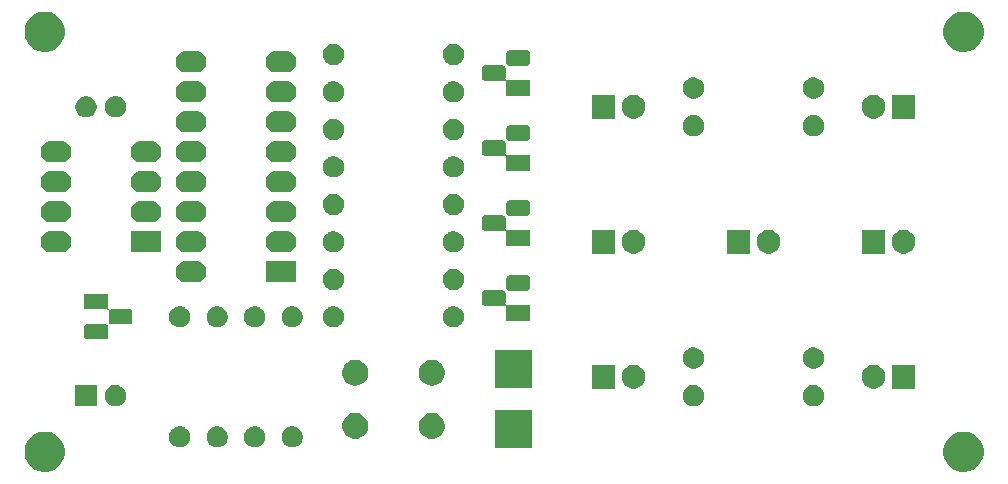
<source format=gbr>
%TF.GenerationSoftware,KiCad,Pcbnew,(5.1.6)-1*%
%TF.CreationDate,2021-03-10T22:21:53+01:00*%
%TF.ProjectId,555_Dice,3535355f-4469-4636-952e-6b696361645f,rev?*%
%TF.SameCoordinates,Original*%
%TF.FileFunction,Soldermask,Top*%
%TF.FilePolarity,Negative*%
%FSLAX46Y46*%
G04 Gerber Fmt 4.6, Leading zero omitted, Abs format (unit mm)*
G04 Created by KiCad (PCBNEW (5.1.6)-1) date 2021-03-10 22:21:53*
%MOMM*%
%LPD*%
G01*
G04 APERTURE LIST*
%ADD10C,0.100000*%
G04 APERTURE END LIST*
D10*
G36*
X157085872Y-81145330D02*
G01*
X157395252Y-81273479D01*
X157673687Y-81459523D01*
X157910477Y-81696313D01*
X158096521Y-81974748D01*
X158224670Y-82284128D01*
X158290000Y-82612565D01*
X158290000Y-82947435D01*
X158224670Y-83275872D01*
X158096521Y-83585252D01*
X157910477Y-83863687D01*
X157673687Y-84100477D01*
X157395252Y-84286521D01*
X157085872Y-84414670D01*
X156757435Y-84480000D01*
X156422565Y-84480000D01*
X156094128Y-84414670D01*
X155784748Y-84286521D01*
X155506313Y-84100477D01*
X155269523Y-83863687D01*
X155083479Y-83585252D01*
X154955330Y-83275872D01*
X154890000Y-82947435D01*
X154890000Y-82612565D01*
X154955330Y-82284128D01*
X155083479Y-81974748D01*
X155269523Y-81696313D01*
X155506313Y-81459523D01*
X155784748Y-81273479D01*
X156094128Y-81145330D01*
X156422565Y-81080000D01*
X156757435Y-81080000D01*
X157085872Y-81145330D01*
G37*
G36*
X79298372Y-81145330D02*
G01*
X79607752Y-81273479D01*
X79886187Y-81459523D01*
X80122977Y-81696313D01*
X80309021Y-81974748D01*
X80437170Y-82284128D01*
X80502500Y-82612565D01*
X80502500Y-82947435D01*
X80437170Y-83275872D01*
X80309021Y-83585252D01*
X80122977Y-83863687D01*
X79886187Y-84100477D01*
X79607752Y-84286521D01*
X79298372Y-84414670D01*
X78969935Y-84480000D01*
X78635065Y-84480000D01*
X78306628Y-84414670D01*
X77997248Y-84286521D01*
X77718813Y-84100477D01*
X77482023Y-83863687D01*
X77295979Y-83585252D01*
X77167830Y-83275872D01*
X77102500Y-82947435D01*
X77102500Y-82612565D01*
X77167830Y-82284128D01*
X77295979Y-81974748D01*
X77482023Y-81696313D01*
X77718813Y-81459523D01*
X77997248Y-81273479D01*
X78306628Y-81145330D01*
X78635065Y-81080000D01*
X78969935Y-81080000D01*
X79298372Y-81145330D01*
G37*
G36*
X120090000Y-82475000D02*
G01*
X116890000Y-82475000D01*
X116890000Y-79275000D01*
X120090000Y-79275000D01*
X120090000Y-82475000D01*
G37*
G36*
X90495020Y-80644586D02*
G01*
X90495023Y-80644587D01*
X90495022Y-80644587D01*
X90658812Y-80712431D01*
X90708168Y-80745410D01*
X90806217Y-80810924D01*
X90931576Y-80936283D01*
X90997090Y-81034332D01*
X91027605Y-81080000D01*
X91030070Y-81083690D01*
X91097914Y-81247480D01*
X91132500Y-81421358D01*
X91132500Y-81598642D01*
X91097914Y-81772520D01*
X91030070Y-81936310D01*
X90931576Y-82083717D01*
X90806217Y-82209076D01*
X90708168Y-82274590D01*
X90658812Y-82307569D01*
X90658811Y-82307570D01*
X90658810Y-82307570D01*
X90495020Y-82375414D01*
X90321142Y-82410000D01*
X90143858Y-82410000D01*
X89969980Y-82375414D01*
X89806190Y-82307570D01*
X89806189Y-82307570D01*
X89806188Y-82307569D01*
X89756832Y-82274590D01*
X89658783Y-82209076D01*
X89533424Y-82083717D01*
X89434930Y-81936310D01*
X89367086Y-81772520D01*
X89332500Y-81598642D01*
X89332500Y-81421358D01*
X89367086Y-81247480D01*
X89434930Y-81083690D01*
X89437396Y-81080000D01*
X89467910Y-81034332D01*
X89533424Y-80936283D01*
X89658783Y-80810924D01*
X89756832Y-80745410D01*
X89806188Y-80712431D01*
X89969978Y-80644587D01*
X89969977Y-80644587D01*
X89969980Y-80644586D01*
X90143858Y-80610000D01*
X90321142Y-80610000D01*
X90495020Y-80644586D01*
G37*
G36*
X100020020Y-80644586D02*
G01*
X100020023Y-80644587D01*
X100020022Y-80644587D01*
X100183812Y-80712431D01*
X100233168Y-80745410D01*
X100331217Y-80810924D01*
X100456576Y-80936283D01*
X100522090Y-81034332D01*
X100552605Y-81080000D01*
X100555070Y-81083690D01*
X100622914Y-81247480D01*
X100657500Y-81421358D01*
X100657500Y-81598642D01*
X100622914Y-81772520D01*
X100555070Y-81936310D01*
X100456576Y-82083717D01*
X100331217Y-82209076D01*
X100233168Y-82274590D01*
X100183812Y-82307569D01*
X100183811Y-82307570D01*
X100183810Y-82307570D01*
X100020020Y-82375414D01*
X99846142Y-82410000D01*
X99668858Y-82410000D01*
X99494980Y-82375414D01*
X99331190Y-82307570D01*
X99331189Y-82307570D01*
X99331188Y-82307569D01*
X99281832Y-82274590D01*
X99183783Y-82209076D01*
X99058424Y-82083717D01*
X98959930Y-81936310D01*
X98892086Y-81772520D01*
X98857500Y-81598642D01*
X98857500Y-81421358D01*
X98892086Y-81247480D01*
X98959930Y-81083690D01*
X98962396Y-81080000D01*
X98992910Y-81034332D01*
X99058424Y-80936283D01*
X99183783Y-80810924D01*
X99281832Y-80745410D01*
X99331188Y-80712431D01*
X99494978Y-80644587D01*
X99494977Y-80644587D01*
X99494980Y-80644586D01*
X99668858Y-80610000D01*
X99846142Y-80610000D01*
X100020020Y-80644586D01*
G37*
G36*
X96845020Y-80644586D02*
G01*
X96845023Y-80644587D01*
X96845022Y-80644587D01*
X97008812Y-80712431D01*
X97058168Y-80745410D01*
X97156217Y-80810924D01*
X97281576Y-80936283D01*
X97347090Y-81034332D01*
X97377605Y-81080000D01*
X97380070Y-81083690D01*
X97447914Y-81247480D01*
X97482500Y-81421358D01*
X97482500Y-81598642D01*
X97447914Y-81772520D01*
X97380070Y-81936310D01*
X97281576Y-82083717D01*
X97156217Y-82209076D01*
X97058168Y-82274590D01*
X97008812Y-82307569D01*
X97008811Y-82307570D01*
X97008810Y-82307570D01*
X96845020Y-82375414D01*
X96671142Y-82410000D01*
X96493858Y-82410000D01*
X96319980Y-82375414D01*
X96156190Y-82307570D01*
X96156189Y-82307570D01*
X96156188Y-82307569D01*
X96106832Y-82274590D01*
X96008783Y-82209076D01*
X95883424Y-82083717D01*
X95784930Y-81936310D01*
X95717086Y-81772520D01*
X95682500Y-81598642D01*
X95682500Y-81421358D01*
X95717086Y-81247480D01*
X95784930Y-81083690D01*
X95787396Y-81080000D01*
X95817910Y-81034332D01*
X95883424Y-80936283D01*
X96008783Y-80810924D01*
X96106832Y-80745410D01*
X96156188Y-80712431D01*
X96319978Y-80644587D01*
X96319977Y-80644587D01*
X96319980Y-80644586D01*
X96493858Y-80610000D01*
X96671142Y-80610000D01*
X96845020Y-80644586D01*
G37*
G36*
X93670020Y-80644586D02*
G01*
X93670023Y-80644587D01*
X93670022Y-80644587D01*
X93833812Y-80712431D01*
X93883168Y-80745410D01*
X93981217Y-80810924D01*
X94106576Y-80936283D01*
X94172090Y-81034332D01*
X94202605Y-81080000D01*
X94205070Y-81083690D01*
X94272914Y-81247480D01*
X94307500Y-81421358D01*
X94307500Y-81598642D01*
X94272914Y-81772520D01*
X94205070Y-81936310D01*
X94106576Y-82083717D01*
X93981217Y-82209076D01*
X93883168Y-82274590D01*
X93833812Y-82307569D01*
X93833811Y-82307570D01*
X93833810Y-82307570D01*
X93670020Y-82375414D01*
X93496142Y-82410000D01*
X93318858Y-82410000D01*
X93144980Y-82375414D01*
X92981190Y-82307570D01*
X92981189Y-82307570D01*
X92981188Y-82307569D01*
X92931832Y-82274590D01*
X92833783Y-82209076D01*
X92708424Y-82083717D01*
X92609930Y-81936310D01*
X92542086Y-81772520D01*
X92507500Y-81598642D01*
X92507500Y-81421358D01*
X92542086Y-81247480D01*
X92609930Y-81083690D01*
X92612396Y-81080000D01*
X92642910Y-81034332D01*
X92708424Y-80936283D01*
X92833783Y-80810924D01*
X92931832Y-80745410D01*
X92981188Y-80712431D01*
X93144978Y-80644587D01*
X93144977Y-80644587D01*
X93144980Y-80644586D01*
X93318858Y-80610000D01*
X93496142Y-80610000D01*
X93670020Y-80644586D01*
G37*
G36*
X111794599Y-79506136D02*
G01*
X111900860Y-79527273D01*
X112101047Y-79610193D01*
X112281209Y-79730574D01*
X112434426Y-79883791D01*
X112554807Y-80063953D01*
X112637727Y-80264140D01*
X112637727Y-80264142D01*
X112680000Y-80476659D01*
X112680000Y-80693341D01*
X112658863Y-80799600D01*
X112637727Y-80905860D01*
X112554807Y-81106047D01*
X112434426Y-81286209D01*
X112281209Y-81439426D01*
X112101047Y-81559807D01*
X111900860Y-81642727D01*
X111794599Y-81663864D01*
X111688341Y-81685000D01*
X111471659Y-81685000D01*
X111365401Y-81663864D01*
X111259140Y-81642727D01*
X111058953Y-81559807D01*
X110878791Y-81439426D01*
X110725574Y-81286209D01*
X110605193Y-81106047D01*
X110522273Y-80905860D01*
X110501137Y-80799600D01*
X110480000Y-80693341D01*
X110480000Y-80476659D01*
X110522273Y-80264142D01*
X110522273Y-80264140D01*
X110605193Y-80063953D01*
X110725574Y-79883791D01*
X110878791Y-79730574D01*
X111058953Y-79610193D01*
X111259140Y-79527273D01*
X111365401Y-79506136D01*
X111471659Y-79485000D01*
X111688341Y-79485000D01*
X111794599Y-79506136D01*
G37*
G36*
X105294599Y-79506136D02*
G01*
X105400860Y-79527273D01*
X105601047Y-79610193D01*
X105781209Y-79730574D01*
X105934426Y-79883791D01*
X106054807Y-80063953D01*
X106137727Y-80264140D01*
X106137727Y-80264142D01*
X106180000Y-80476659D01*
X106180000Y-80693341D01*
X106158863Y-80799600D01*
X106137727Y-80905860D01*
X106054807Y-81106047D01*
X105934426Y-81286209D01*
X105781209Y-81439426D01*
X105601047Y-81559807D01*
X105400860Y-81642727D01*
X105294599Y-81663864D01*
X105188341Y-81685000D01*
X104971659Y-81685000D01*
X104865401Y-81663864D01*
X104759140Y-81642727D01*
X104558953Y-81559807D01*
X104378791Y-81439426D01*
X104225574Y-81286209D01*
X104105193Y-81106047D01*
X104022273Y-80905860D01*
X104001137Y-80799600D01*
X103980000Y-80693341D01*
X103980000Y-80476659D01*
X104022273Y-80264142D01*
X104022273Y-80264140D01*
X104105193Y-80063953D01*
X104225574Y-79883791D01*
X104378791Y-79730574D01*
X104558953Y-79610193D01*
X104759140Y-79527273D01*
X104865401Y-79506136D01*
X104971659Y-79485000D01*
X105188341Y-79485000D01*
X105294599Y-79506136D01*
G37*
G36*
X83195000Y-78917500D02*
G01*
X81395000Y-78917500D01*
X81395000Y-77117500D01*
X83195000Y-77117500D01*
X83195000Y-78917500D01*
G37*
G36*
X133992520Y-77152086D02*
G01*
X133992523Y-77152087D01*
X133992522Y-77152087D01*
X134156312Y-77219931D01*
X134205668Y-77252910D01*
X134303717Y-77318424D01*
X134429076Y-77443783D01*
X134527570Y-77591190D01*
X134595414Y-77754980D01*
X134630000Y-77928858D01*
X134630000Y-78106142D01*
X134595414Y-78280020D01*
X134527570Y-78443810D01*
X134429076Y-78591217D01*
X134303717Y-78716576D01*
X134205668Y-78782090D01*
X134156312Y-78815069D01*
X134156311Y-78815070D01*
X134156310Y-78815070D01*
X133992520Y-78882914D01*
X133818642Y-78917500D01*
X133641358Y-78917500D01*
X133467480Y-78882914D01*
X133303690Y-78815070D01*
X133303689Y-78815070D01*
X133303688Y-78815069D01*
X133254332Y-78782090D01*
X133156283Y-78716576D01*
X133030924Y-78591217D01*
X132932430Y-78443810D01*
X132864586Y-78280020D01*
X132830000Y-78106142D01*
X132830000Y-77928858D01*
X132864586Y-77754980D01*
X132932430Y-77591190D01*
X133030924Y-77443783D01*
X133156283Y-77318424D01*
X133254332Y-77252910D01*
X133303688Y-77219931D01*
X133467478Y-77152087D01*
X133467477Y-77152087D01*
X133467480Y-77152086D01*
X133641358Y-77117500D01*
X133818642Y-77117500D01*
X133992520Y-77152086D01*
G37*
G36*
X85057520Y-77152086D02*
G01*
X85057523Y-77152087D01*
X85057522Y-77152087D01*
X85221312Y-77219931D01*
X85270668Y-77252910D01*
X85368717Y-77318424D01*
X85494076Y-77443783D01*
X85592570Y-77591190D01*
X85660414Y-77754980D01*
X85695000Y-77928858D01*
X85695000Y-78106142D01*
X85660414Y-78280020D01*
X85592570Y-78443810D01*
X85494076Y-78591217D01*
X85368717Y-78716576D01*
X85270668Y-78782090D01*
X85221312Y-78815069D01*
X85221311Y-78815070D01*
X85221310Y-78815070D01*
X85057520Y-78882914D01*
X84883642Y-78917500D01*
X84706358Y-78917500D01*
X84532480Y-78882914D01*
X84368690Y-78815070D01*
X84368689Y-78815070D01*
X84368688Y-78815069D01*
X84319332Y-78782090D01*
X84221283Y-78716576D01*
X84095924Y-78591217D01*
X83997430Y-78443810D01*
X83929586Y-78280020D01*
X83895000Y-78106142D01*
X83895000Y-77928858D01*
X83929586Y-77754980D01*
X83997430Y-77591190D01*
X84095924Y-77443783D01*
X84221283Y-77318424D01*
X84319332Y-77252910D01*
X84368688Y-77219931D01*
X84532478Y-77152087D01*
X84532477Y-77152087D01*
X84532480Y-77152086D01*
X84706358Y-77117500D01*
X84883642Y-77117500D01*
X85057520Y-77152086D01*
G37*
G36*
X144152520Y-77152086D02*
G01*
X144152523Y-77152087D01*
X144152522Y-77152087D01*
X144316312Y-77219931D01*
X144365668Y-77252910D01*
X144463717Y-77318424D01*
X144589076Y-77443783D01*
X144687570Y-77591190D01*
X144755414Y-77754980D01*
X144790000Y-77928858D01*
X144790000Y-78106142D01*
X144755414Y-78280020D01*
X144687570Y-78443810D01*
X144589076Y-78591217D01*
X144463717Y-78716576D01*
X144365668Y-78782090D01*
X144316312Y-78815069D01*
X144316311Y-78815070D01*
X144316310Y-78815070D01*
X144152520Y-78882914D01*
X143978642Y-78917500D01*
X143801358Y-78917500D01*
X143627480Y-78882914D01*
X143463690Y-78815070D01*
X143463689Y-78815070D01*
X143463688Y-78815069D01*
X143414332Y-78782090D01*
X143316283Y-78716576D01*
X143190924Y-78591217D01*
X143092430Y-78443810D01*
X143024586Y-78280020D01*
X142990000Y-78106142D01*
X142990000Y-77928858D01*
X143024586Y-77754980D01*
X143092430Y-77591190D01*
X143190924Y-77443783D01*
X143316283Y-77318424D01*
X143414332Y-77252910D01*
X143463688Y-77219931D01*
X143627478Y-77152087D01*
X143627477Y-77152087D01*
X143627480Y-77152086D01*
X143801358Y-77117500D01*
X143978642Y-77117500D01*
X144152520Y-77152086D01*
G37*
G36*
X149261689Y-75468429D02*
G01*
X149443678Y-75543811D01*
X149607463Y-75653249D01*
X149746751Y-75792537D01*
X149856189Y-75956322D01*
X149931571Y-76138311D01*
X149970000Y-76331509D01*
X149970000Y-76528491D01*
X149931571Y-76721689D01*
X149856189Y-76903678D01*
X149746751Y-77067463D01*
X149607463Y-77206751D01*
X149443678Y-77316189D01*
X149261689Y-77391571D01*
X149068491Y-77430000D01*
X148871509Y-77430000D01*
X148678311Y-77391571D01*
X148496322Y-77316189D01*
X148332537Y-77206751D01*
X148193249Y-77067463D01*
X148083811Y-76903678D01*
X148008429Y-76721689D01*
X147970000Y-76528491D01*
X147970000Y-76331509D01*
X148008429Y-76138311D01*
X148083811Y-75956322D01*
X148193249Y-75792537D01*
X148332537Y-75653249D01*
X148496322Y-75543811D01*
X148678311Y-75468429D01*
X148871509Y-75430000D01*
X149068491Y-75430000D01*
X149261689Y-75468429D01*
G37*
G36*
X127110000Y-77430000D02*
G01*
X125110000Y-77430000D01*
X125110000Y-75430000D01*
X127110000Y-75430000D01*
X127110000Y-77430000D01*
G37*
G36*
X128941689Y-75468429D02*
G01*
X129123678Y-75543811D01*
X129287463Y-75653249D01*
X129426751Y-75792537D01*
X129536189Y-75956322D01*
X129611571Y-76138311D01*
X129650000Y-76331509D01*
X129650000Y-76528491D01*
X129611571Y-76721689D01*
X129536189Y-76903678D01*
X129426751Y-77067463D01*
X129287463Y-77206751D01*
X129123678Y-77316189D01*
X128941689Y-77391571D01*
X128748491Y-77430000D01*
X128551509Y-77430000D01*
X128358311Y-77391571D01*
X128176322Y-77316189D01*
X128012537Y-77206751D01*
X127873249Y-77067463D01*
X127763811Y-76903678D01*
X127688429Y-76721689D01*
X127650000Y-76528491D01*
X127650000Y-76331509D01*
X127688429Y-76138311D01*
X127763811Y-75956322D01*
X127873249Y-75792537D01*
X128012537Y-75653249D01*
X128176322Y-75543811D01*
X128358311Y-75468429D01*
X128551509Y-75430000D01*
X128748491Y-75430000D01*
X128941689Y-75468429D01*
G37*
G36*
X152510000Y-77430000D02*
G01*
X150510000Y-77430000D01*
X150510000Y-75430000D01*
X152510000Y-75430000D01*
X152510000Y-77430000D01*
G37*
G36*
X120090000Y-77395000D02*
G01*
X116890000Y-77395000D01*
X116890000Y-74195000D01*
X120090000Y-74195000D01*
X120090000Y-77395000D01*
G37*
G36*
X105294600Y-75006137D02*
G01*
X105400860Y-75027273D01*
X105601047Y-75110193D01*
X105781209Y-75230574D01*
X105934426Y-75383791D01*
X106054807Y-75563953D01*
X106137727Y-75764140D01*
X106158864Y-75870401D01*
X106175955Y-75956322D01*
X106180000Y-75976661D01*
X106180000Y-76193339D01*
X106137727Y-76405860D01*
X106054807Y-76606047D01*
X105934426Y-76786209D01*
X105781209Y-76939426D01*
X105601047Y-77059807D01*
X105400860Y-77142727D01*
X105294599Y-77163864D01*
X105188341Y-77185000D01*
X104971659Y-77185000D01*
X104865401Y-77163864D01*
X104759140Y-77142727D01*
X104558953Y-77059807D01*
X104378791Y-76939426D01*
X104225574Y-76786209D01*
X104105193Y-76606047D01*
X104022273Y-76405860D01*
X103980000Y-76193339D01*
X103980000Y-75976661D01*
X103984046Y-75956322D01*
X104001136Y-75870401D01*
X104022273Y-75764140D01*
X104105193Y-75563953D01*
X104225574Y-75383791D01*
X104378791Y-75230574D01*
X104558953Y-75110193D01*
X104759140Y-75027273D01*
X104865400Y-75006137D01*
X104971659Y-74985000D01*
X105188341Y-74985000D01*
X105294600Y-75006137D01*
G37*
G36*
X111794600Y-75006137D02*
G01*
X111900860Y-75027273D01*
X112101047Y-75110193D01*
X112281209Y-75230574D01*
X112434426Y-75383791D01*
X112554807Y-75563953D01*
X112637727Y-75764140D01*
X112658864Y-75870401D01*
X112675955Y-75956322D01*
X112680000Y-75976661D01*
X112680000Y-76193339D01*
X112637727Y-76405860D01*
X112554807Y-76606047D01*
X112434426Y-76786209D01*
X112281209Y-76939426D01*
X112101047Y-77059807D01*
X111900860Y-77142727D01*
X111794599Y-77163864D01*
X111688341Y-77185000D01*
X111471659Y-77185000D01*
X111365401Y-77163864D01*
X111259140Y-77142727D01*
X111058953Y-77059807D01*
X110878791Y-76939426D01*
X110725574Y-76786209D01*
X110605193Y-76606047D01*
X110522273Y-76405860D01*
X110480000Y-76193339D01*
X110480000Y-75976661D01*
X110484046Y-75956322D01*
X110501136Y-75870401D01*
X110522273Y-75764140D01*
X110605193Y-75563953D01*
X110725574Y-75383791D01*
X110878791Y-75230574D01*
X111058953Y-75110193D01*
X111259140Y-75027273D01*
X111365400Y-75006137D01*
X111471659Y-74985000D01*
X111688341Y-74985000D01*
X111794600Y-75006137D01*
G37*
G36*
X133992520Y-73977086D02*
G01*
X133992523Y-73977087D01*
X133992522Y-73977087D01*
X134156312Y-74044931D01*
X134205668Y-74077910D01*
X134303717Y-74143424D01*
X134429076Y-74268783D01*
X134527570Y-74416190D01*
X134595414Y-74579980D01*
X134630000Y-74753858D01*
X134630000Y-74931142D01*
X134595414Y-75105020D01*
X134527570Y-75268810D01*
X134429076Y-75416217D01*
X134303717Y-75541576D01*
X134270227Y-75563953D01*
X134156312Y-75640069D01*
X134156311Y-75640070D01*
X134156310Y-75640070D01*
X133992520Y-75707914D01*
X133818642Y-75742500D01*
X133641358Y-75742500D01*
X133467480Y-75707914D01*
X133303690Y-75640070D01*
X133303689Y-75640070D01*
X133303688Y-75640069D01*
X133189773Y-75563953D01*
X133156283Y-75541576D01*
X133030924Y-75416217D01*
X132932430Y-75268810D01*
X132864586Y-75105020D01*
X132830000Y-74931142D01*
X132830000Y-74753858D01*
X132864586Y-74579980D01*
X132932430Y-74416190D01*
X133030924Y-74268783D01*
X133156283Y-74143424D01*
X133254332Y-74077910D01*
X133303688Y-74044931D01*
X133467478Y-73977087D01*
X133467477Y-73977087D01*
X133467480Y-73977086D01*
X133641358Y-73942500D01*
X133818642Y-73942500D01*
X133992520Y-73977086D01*
G37*
G36*
X144152520Y-73977086D02*
G01*
X144152523Y-73977087D01*
X144152522Y-73977087D01*
X144316312Y-74044931D01*
X144365668Y-74077910D01*
X144463717Y-74143424D01*
X144589076Y-74268783D01*
X144687570Y-74416190D01*
X144755414Y-74579980D01*
X144790000Y-74753858D01*
X144790000Y-74931142D01*
X144755414Y-75105020D01*
X144687570Y-75268810D01*
X144589076Y-75416217D01*
X144463717Y-75541576D01*
X144430227Y-75563953D01*
X144316312Y-75640069D01*
X144316311Y-75640070D01*
X144316310Y-75640070D01*
X144152520Y-75707914D01*
X143978642Y-75742500D01*
X143801358Y-75742500D01*
X143627480Y-75707914D01*
X143463690Y-75640070D01*
X143463689Y-75640070D01*
X143463688Y-75640069D01*
X143349773Y-75563953D01*
X143316283Y-75541576D01*
X143190924Y-75416217D01*
X143092430Y-75268810D01*
X143024586Y-75105020D01*
X142990000Y-74931142D01*
X142990000Y-74753858D01*
X143024586Y-74579980D01*
X143092430Y-74416190D01*
X143190924Y-74268783D01*
X143316283Y-74143424D01*
X143414332Y-74077910D01*
X143463688Y-74044931D01*
X143627478Y-73977087D01*
X143627477Y-73977087D01*
X143627480Y-73977086D01*
X143801358Y-73942500D01*
X143978642Y-73942500D01*
X144152520Y-73977086D01*
G37*
G36*
X83963634Y-71975516D02*
G01*
X84010394Y-71989701D01*
X84034856Y-72002776D01*
X84062022Y-72014029D01*
X84090862Y-72019766D01*
X84120267Y-72019766D01*
X84149107Y-72014029D01*
X84176274Y-72002776D01*
X84187685Y-71995152D01*
X84178484Y-72004352D01*
X84162148Y-72028802D01*
X84150895Y-72055968D01*
X84145158Y-72084808D01*
X84145158Y-72114213D01*
X84150895Y-72143053D01*
X84159484Y-72171366D01*
X84165000Y-72227373D01*
X84165000Y-73012627D01*
X84159484Y-73068634D01*
X84145299Y-73115394D01*
X84122264Y-73158489D01*
X84091264Y-73196264D01*
X84053489Y-73227264D01*
X84010394Y-73250299D01*
X83963634Y-73264484D01*
X83907627Y-73270000D01*
X82422373Y-73270000D01*
X82366366Y-73264484D01*
X82319606Y-73250299D01*
X82276511Y-73227264D01*
X82238736Y-73196264D01*
X82207736Y-73158489D01*
X82184701Y-73115394D01*
X82170516Y-73068634D01*
X82165000Y-73012627D01*
X82165000Y-72227373D01*
X82170516Y-72171366D01*
X82184701Y-72124606D01*
X82207736Y-72081511D01*
X82238736Y-72043736D01*
X82276511Y-72012736D01*
X82319606Y-71989701D01*
X82366366Y-71975516D01*
X82422373Y-71970000D01*
X83907627Y-71970000D01*
X83963634Y-71975516D01*
G37*
G36*
X113672520Y-70484586D02*
G01*
X113836310Y-70552430D01*
X113836312Y-70552431D01*
X113885668Y-70585410D01*
X113983717Y-70650924D01*
X114109076Y-70776283D01*
X114154617Y-70844440D01*
X114192161Y-70900628D01*
X114207570Y-70923690D01*
X114275414Y-71087480D01*
X114310000Y-71261358D01*
X114310000Y-71438642D01*
X114275414Y-71612520D01*
X114275413Y-71612522D01*
X114207569Y-71776312D01*
X114174590Y-71825668D01*
X114109076Y-71923717D01*
X113983717Y-72049076D01*
X113935174Y-72081511D01*
X113836312Y-72147569D01*
X113836311Y-72147570D01*
X113836310Y-72147570D01*
X113672520Y-72215414D01*
X113498642Y-72250000D01*
X113321358Y-72250000D01*
X113147480Y-72215414D01*
X112983690Y-72147570D01*
X112983689Y-72147570D01*
X112983688Y-72147569D01*
X112884826Y-72081511D01*
X112836283Y-72049076D01*
X112710924Y-71923717D01*
X112645410Y-71825668D01*
X112612431Y-71776312D01*
X112544587Y-71612522D01*
X112544586Y-71612520D01*
X112510000Y-71438642D01*
X112510000Y-71261358D01*
X112544586Y-71087480D01*
X112612430Y-70923690D01*
X112627840Y-70900628D01*
X112665383Y-70844440D01*
X112710924Y-70776283D01*
X112836283Y-70650924D01*
X112934332Y-70585410D01*
X112983688Y-70552431D01*
X112983690Y-70552430D01*
X113147480Y-70484586D01*
X113321358Y-70450000D01*
X113498642Y-70450000D01*
X113672520Y-70484586D01*
G37*
G36*
X90495020Y-70484586D02*
G01*
X90658810Y-70552430D01*
X90658812Y-70552431D01*
X90708168Y-70585410D01*
X90806217Y-70650924D01*
X90931576Y-70776283D01*
X90977117Y-70844440D01*
X91014661Y-70900628D01*
X91030070Y-70923690D01*
X91097914Y-71087480D01*
X91132500Y-71261358D01*
X91132500Y-71438642D01*
X91097914Y-71612520D01*
X91097913Y-71612522D01*
X91030069Y-71776312D01*
X90997090Y-71825668D01*
X90931576Y-71923717D01*
X90806217Y-72049076D01*
X90757674Y-72081511D01*
X90658812Y-72147569D01*
X90658811Y-72147570D01*
X90658810Y-72147570D01*
X90495020Y-72215414D01*
X90321142Y-72250000D01*
X90143858Y-72250000D01*
X89969980Y-72215414D01*
X89806190Y-72147570D01*
X89806189Y-72147570D01*
X89806188Y-72147569D01*
X89707326Y-72081511D01*
X89658783Y-72049076D01*
X89533424Y-71923717D01*
X89467910Y-71825668D01*
X89434931Y-71776312D01*
X89367087Y-71612522D01*
X89367086Y-71612520D01*
X89332500Y-71438642D01*
X89332500Y-71261358D01*
X89367086Y-71087480D01*
X89434930Y-70923690D01*
X89450340Y-70900628D01*
X89487883Y-70844440D01*
X89533424Y-70776283D01*
X89658783Y-70650924D01*
X89756832Y-70585410D01*
X89806188Y-70552431D01*
X89806190Y-70552430D01*
X89969980Y-70484586D01*
X90143858Y-70450000D01*
X90321142Y-70450000D01*
X90495020Y-70484586D01*
G37*
G36*
X103512520Y-70484586D02*
G01*
X103676310Y-70552430D01*
X103676312Y-70552431D01*
X103725668Y-70585410D01*
X103823717Y-70650924D01*
X103949076Y-70776283D01*
X103994617Y-70844440D01*
X104032161Y-70900628D01*
X104047570Y-70923690D01*
X104115414Y-71087480D01*
X104150000Y-71261358D01*
X104150000Y-71438642D01*
X104115414Y-71612520D01*
X104115413Y-71612522D01*
X104047569Y-71776312D01*
X104014590Y-71825668D01*
X103949076Y-71923717D01*
X103823717Y-72049076D01*
X103775174Y-72081511D01*
X103676312Y-72147569D01*
X103676311Y-72147570D01*
X103676310Y-72147570D01*
X103512520Y-72215414D01*
X103338642Y-72250000D01*
X103161358Y-72250000D01*
X102987480Y-72215414D01*
X102823690Y-72147570D01*
X102823689Y-72147570D01*
X102823688Y-72147569D01*
X102724826Y-72081511D01*
X102676283Y-72049076D01*
X102550924Y-71923717D01*
X102485410Y-71825668D01*
X102452431Y-71776312D01*
X102384587Y-71612522D01*
X102384586Y-71612520D01*
X102350000Y-71438642D01*
X102350000Y-71261358D01*
X102384586Y-71087480D01*
X102452430Y-70923690D01*
X102467840Y-70900628D01*
X102505383Y-70844440D01*
X102550924Y-70776283D01*
X102676283Y-70650924D01*
X102774332Y-70585410D01*
X102823688Y-70552431D01*
X102823690Y-70552430D01*
X102987480Y-70484586D01*
X103161358Y-70450000D01*
X103338642Y-70450000D01*
X103512520Y-70484586D01*
G37*
G36*
X100020020Y-70484586D02*
G01*
X100183810Y-70552430D01*
X100183812Y-70552431D01*
X100233168Y-70585410D01*
X100331217Y-70650924D01*
X100456576Y-70776283D01*
X100502117Y-70844440D01*
X100539661Y-70900628D01*
X100555070Y-70923690D01*
X100622914Y-71087480D01*
X100657500Y-71261358D01*
X100657500Y-71438642D01*
X100622914Y-71612520D01*
X100622913Y-71612522D01*
X100555069Y-71776312D01*
X100522090Y-71825668D01*
X100456576Y-71923717D01*
X100331217Y-72049076D01*
X100282674Y-72081511D01*
X100183812Y-72147569D01*
X100183811Y-72147570D01*
X100183810Y-72147570D01*
X100020020Y-72215414D01*
X99846142Y-72250000D01*
X99668858Y-72250000D01*
X99494980Y-72215414D01*
X99331190Y-72147570D01*
X99331189Y-72147570D01*
X99331188Y-72147569D01*
X99232326Y-72081511D01*
X99183783Y-72049076D01*
X99058424Y-71923717D01*
X98992910Y-71825668D01*
X98959931Y-71776312D01*
X98892087Y-71612522D01*
X98892086Y-71612520D01*
X98857500Y-71438642D01*
X98857500Y-71261358D01*
X98892086Y-71087480D01*
X98959930Y-70923690D01*
X98975340Y-70900628D01*
X99012883Y-70844440D01*
X99058424Y-70776283D01*
X99183783Y-70650924D01*
X99281832Y-70585410D01*
X99331188Y-70552431D01*
X99331190Y-70552430D01*
X99494980Y-70484586D01*
X99668858Y-70450000D01*
X99846142Y-70450000D01*
X100020020Y-70484586D01*
G37*
G36*
X96845020Y-70484586D02*
G01*
X97008810Y-70552430D01*
X97008812Y-70552431D01*
X97058168Y-70585410D01*
X97156217Y-70650924D01*
X97281576Y-70776283D01*
X97327117Y-70844440D01*
X97364661Y-70900628D01*
X97380070Y-70923690D01*
X97447914Y-71087480D01*
X97482500Y-71261358D01*
X97482500Y-71438642D01*
X97447914Y-71612520D01*
X97447913Y-71612522D01*
X97380069Y-71776312D01*
X97347090Y-71825668D01*
X97281576Y-71923717D01*
X97156217Y-72049076D01*
X97107674Y-72081511D01*
X97008812Y-72147569D01*
X97008811Y-72147570D01*
X97008810Y-72147570D01*
X96845020Y-72215414D01*
X96671142Y-72250000D01*
X96493858Y-72250000D01*
X96319980Y-72215414D01*
X96156190Y-72147570D01*
X96156189Y-72147570D01*
X96156188Y-72147569D01*
X96057326Y-72081511D01*
X96008783Y-72049076D01*
X95883424Y-71923717D01*
X95817910Y-71825668D01*
X95784931Y-71776312D01*
X95717087Y-71612522D01*
X95717086Y-71612520D01*
X95682500Y-71438642D01*
X95682500Y-71261358D01*
X95717086Y-71087480D01*
X95784930Y-70923690D01*
X95800340Y-70900628D01*
X95837883Y-70844440D01*
X95883424Y-70776283D01*
X96008783Y-70650924D01*
X96106832Y-70585410D01*
X96156188Y-70552431D01*
X96156190Y-70552430D01*
X96319980Y-70484586D01*
X96493858Y-70450000D01*
X96671142Y-70450000D01*
X96845020Y-70484586D01*
G37*
G36*
X93670020Y-70484586D02*
G01*
X93833810Y-70552430D01*
X93833812Y-70552431D01*
X93883168Y-70585410D01*
X93981217Y-70650924D01*
X94106576Y-70776283D01*
X94152117Y-70844440D01*
X94189661Y-70900628D01*
X94205070Y-70923690D01*
X94272914Y-71087480D01*
X94307500Y-71261358D01*
X94307500Y-71438642D01*
X94272914Y-71612520D01*
X94272913Y-71612522D01*
X94205069Y-71776312D01*
X94172090Y-71825668D01*
X94106576Y-71923717D01*
X93981217Y-72049076D01*
X93932674Y-72081511D01*
X93833812Y-72147569D01*
X93833811Y-72147570D01*
X93833810Y-72147570D01*
X93670020Y-72215414D01*
X93496142Y-72250000D01*
X93318858Y-72250000D01*
X93144980Y-72215414D01*
X92981190Y-72147570D01*
X92981189Y-72147570D01*
X92981188Y-72147569D01*
X92882326Y-72081511D01*
X92833783Y-72049076D01*
X92708424Y-71923717D01*
X92642910Y-71825668D01*
X92609931Y-71776312D01*
X92542087Y-71612522D01*
X92542086Y-71612520D01*
X92507500Y-71438642D01*
X92507500Y-71261358D01*
X92542086Y-71087480D01*
X92609930Y-70923690D01*
X92625340Y-70900628D01*
X92662883Y-70844440D01*
X92708424Y-70776283D01*
X92833783Y-70650924D01*
X92931832Y-70585410D01*
X92981188Y-70552431D01*
X92981190Y-70552430D01*
X93144980Y-70484586D01*
X93318858Y-70450000D01*
X93496142Y-70450000D01*
X93670020Y-70484586D01*
G37*
G36*
X84165000Y-70589497D02*
G01*
X84167882Y-70618760D01*
X84176418Y-70646899D01*
X84190279Y-70672832D01*
X84208934Y-70695562D01*
X84231664Y-70714217D01*
X84257597Y-70728078D01*
X84285736Y-70736614D01*
X84314999Y-70739496D01*
X84344262Y-70736614D01*
X84385707Y-70721785D01*
X84389608Y-70719700D01*
X84436366Y-70705516D01*
X84492373Y-70700000D01*
X85977627Y-70700000D01*
X86033634Y-70705516D01*
X86080394Y-70719701D01*
X86123489Y-70742736D01*
X86161264Y-70773736D01*
X86192264Y-70811511D01*
X86215299Y-70854606D01*
X86229484Y-70901366D01*
X86235000Y-70957373D01*
X86235000Y-71742627D01*
X86229484Y-71798634D01*
X86215299Y-71845394D01*
X86192264Y-71888489D01*
X86161264Y-71926264D01*
X86123489Y-71957264D01*
X86080394Y-71980299D01*
X86033634Y-71994484D01*
X85977627Y-72000000D01*
X84492373Y-72000000D01*
X84436366Y-71994484D01*
X84389606Y-71980299D01*
X84365144Y-71967224D01*
X84337978Y-71955971D01*
X84309138Y-71950234D01*
X84279733Y-71950234D01*
X84250893Y-71955971D01*
X84223726Y-71967224D01*
X84212315Y-71974848D01*
X84221516Y-71965648D01*
X84237852Y-71941198D01*
X84249105Y-71914032D01*
X84254842Y-71885192D01*
X84254842Y-71855787D01*
X84249105Y-71826947D01*
X84240516Y-71798634D01*
X84235000Y-71742627D01*
X84235000Y-70957374D01*
X84241173Y-70894703D01*
X84241173Y-70865298D01*
X84235436Y-70836458D01*
X84224184Y-70809291D01*
X84207847Y-70784841D01*
X84187055Y-70764049D01*
X84162606Y-70747712D01*
X84135439Y-70736459D01*
X84106600Y-70730722D01*
X84091896Y-70730000D01*
X82165000Y-70730000D01*
X82165000Y-69430000D01*
X84165000Y-69430000D01*
X84165000Y-70589497D01*
G37*
G36*
X117618634Y-69118016D02*
G01*
X117665394Y-69132201D01*
X117689856Y-69145276D01*
X117717022Y-69156529D01*
X117745862Y-69162266D01*
X117775267Y-69162266D01*
X117804107Y-69156529D01*
X117831274Y-69145276D01*
X117842685Y-69137652D01*
X117833484Y-69146852D01*
X117817148Y-69171302D01*
X117805895Y-69198468D01*
X117800158Y-69227308D01*
X117800158Y-69256713D01*
X117805895Y-69285553D01*
X117814484Y-69313866D01*
X117820000Y-69369873D01*
X117820000Y-70155126D01*
X117813827Y-70217797D01*
X117813827Y-70247202D01*
X117819564Y-70276042D01*
X117830816Y-70303209D01*
X117847153Y-70327659D01*
X117867945Y-70348451D01*
X117892394Y-70364788D01*
X117919561Y-70376041D01*
X117948400Y-70381778D01*
X117963104Y-70382500D01*
X119890000Y-70382500D01*
X119890000Y-71682500D01*
X117890000Y-71682500D01*
X117890000Y-70523003D01*
X117887118Y-70493740D01*
X117878582Y-70465601D01*
X117864721Y-70439668D01*
X117846066Y-70416938D01*
X117823336Y-70398283D01*
X117797403Y-70384422D01*
X117769264Y-70375886D01*
X117740001Y-70373004D01*
X117710738Y-70375886D01*
X117669293Y-70390715D01*
X117665392Y-70392800D01*
X117618634Y-70406984D01*
X117562627Y-70412500D01*
X116077373Y-70412500D01*
X116021366Y-70406984D01*
X115974606Y-70392799D01*
X115931511Y-70369764D01*
X115893736Y-70338764D01*
X115862736Y-70300989D01*
X115839701Y-70257894D01*
X115825516Y-70211134D01*
X115820000Y-70155127D01*
X115820000Y-69369873D01*
X115825516Y-69313866D01*
X115839701Y-69267106D01*
X115862736Y-69224011D01*
X115893736Y-69186236D01*
X115931511Y-69155236D01*
X115974606Y-69132201D01*
X116021366Y-69118016D01*
X116077373Y-69112500D01*
X117562627Y-69112500D01*
X117618634Y-69118016D01*
G37*
G36*
X119688634Y-67848016D02*
G01*
X119735394Y-67862201D01*
X119778489Y-67885236D01*
X119816264Y-67916236D01*
X119847264Y-67954011D01*
X119870299Y-67997106D01*
X119884484Y-68043866D01*
X119890000Y-68099873D01*
X119890000Y-68885127D01*
X119884484Y-68941134D01*
X119870299Y-68987894D01*
X119847264Y-69030989D01*
X119816264Y-69068764D01*
X119778489Y-69099764D01*
X119735394Y-69122799D01*
X119688634Y-69136984D01*
X119632627Y-69142500D01*
X118147373Y-69142500D01*
X118091366Y-69136984D01*
X118044606Y-69122799D01*
X118020144Y-69109724D01*
X117992978Y-69098471D01*
X117964138Y-69092734D01*
X117934733Y-69092734D01*
X117905893Y-69098471D01*
X117878726Y-69109724D01*
X117867315Y-69117348D01*
X117876516Y-69108148D01*
X117892852Y-69083698D01*
X117904105Y-69056532D01*
X117909842Y-69027692D01*
X117909842Y-68998287D01*
X117904105Y-68969447D01*
X117895516Y-68941134D01*
X117890000Y-68885127D01*
X117890000Y-68099873D01*
X117895516Y-68043866D01*
X117909701Y-67997106D01*
X117932736Y-67954011D01*
X117963736Y-67916236D01*
X118001511Y-67885236D01*
X118044606Y-67862201D01*
X118091366Y-67848016D01*
X118147373Y-67842500D01*
X119632627Y-67842500D01*
X119688634Y-67848016D01*
G37*
G36*
X103512520Y-67309586D02*
G01*
X103676310Y-67377430D01*
X103676312Y-67377431D01*
X103725668Y-67410410D01*
X103823717Y-67475924D01*
X103949076Y-67601283D01*
X104047570Y-67748690D01*
X104115414Y-67912480D01*
X104150000Y-68086358D01*
X104150000Y-68263642D01*
X104115414Y-68437520D01*
X104047570Y-68601310D01*
X103949076Y-68748717D01*
X103823717Y-68874076D01*
X103725668Y-68939590D01*
X103676312Y-68972569D01*
X103676311Y-68972570D01*
X103676310Y-68972570D01*
X103512520Y-69040414D01*
X103338642Y-69075000D01*
X103161358Y-69075000D01*
X102987480Y-69040414D01*
X102823690Y-68972570D01*
X102823689Y-68972570D01*
X102823688Y-68972569D01*
X102774332Y-68939590D01*
X102676283Y-68874076D01*
X102550924Y-68748717D01*
X102452430Y-68601310D01*
X102384586Y-68437520D01*
X102350000Y-68263642D01*
X102350000Y-68086358D01*
X102384586Y-67912480D01*
X102452430Y-67748690D01*
X102550924Y-67601283D01*
X102676283Y-67475924D01*
X102774332Y-67410410D01*
X102823688Y-67377431D01*
X102823690Y-67377430D01*
X102987480Y-67309586D01*
X103161358Y-67275000D01*
X103338642Y-67275000D01*
X103512520Y-67309586D01*
G37*
G36*
X113672520Y-67309586D02*
G01*
X113836310Y-67377430D01*
X113836312Y-67377431D01*
X113885668Y-67410410D01*
X113983717Y-67475924D01*
X114109076Y-67601283D01*
X114207570Y-67748690D01*
X114275414Y-67912480D01*
X114310000Y-68086358D01*
X114310000Y-68263642D01*
X114275414Y-68437520D01*
X114207570Y-68601310D01*
X114109076Y-68748717D01*
X113983717Y-68874076D01*
X113885668Y-68939590D01*
X113836312Y-68972569D01*
X113836311Y-68972570D01*
X113836310Y-68972570D01*
X113672520Y-69040414D01*
X113498642Y-69075000D01*
X113321358Y-69075000D01*
X113147480Y-69040414D01*
X112983690Y-68972570D01*
X112983689Y-68972570D01*
X112983688Y-68972569D01*
X112934332Y-68939590D01*
X112836283Y-68874076D01*
X112710924Y-68748717D01*
X112612430Y-68601310D01*
X112544586Y-68437520D01*
X112510000Y-68263642D01*
X112510000Y-68086358D01*
X112544586Y-67912480D01*
X112612430Y-67748690D01*
X112710924Y-67601283D01*
X112836283Y-67475924D01*
X112934332Y-67410410D01*
X112983688Y-67377431D01*
X112983690Y-67377430D01*
X113147480Y-67309586D01*
X113321358Y-67275000D01*
X113498642Y-67275000D01*
X113672520Y-67309586D01*
G37*
G36*
X91761433Y-66653023D02*
G01*
X91931081Y-66704485D01*
X92087431Y-66788056D01*
X92224475Y-66900525D01*
X92336944Y-67037569D01*
X92420515Y-67193919D01*
X92471977Y-67363567D01*
X92489354Y-67540000D01*
X92471977Y-67716433D01*
X92420515Y-67886081D01*
X92336944Y-68042431D01*
X92224475Y-68179475D01*
X92087431Y-68291944D01*
X91931081Y-68375515D01*
X91761433Y-68426977D01*
X91629207Y-68440000D01*
X90740793Y-68440000D01*
X90608567Y-68426977D01*
X90438919Y-68375515D01*
X90282569Y-68291944D01*
X90145525Y-68179475D01*
X90033056Y-68042431D01*
X89949485Y-67886081D01*
X89898023Y-67716433D01*
X89880646Y-67540000D01*
X89898023Y-67363567D01*
X89949485Y-67193919D01*
X90033056Y-67037569D01*
X90145525Y-66900525D01*
X90282569Y-66788056D01*
X90438919Y-66704485D01*
X90608567Y-66653023D01*
X90740793Y-66640000D01*
X91629207Y-66640000D01*
X91761433Y-66653023D01*
G37*
G36*
X100105000Y-68440000D02*
G01*
X97505000Y-68440000D01*
X97505000Y-66640000D01*
X100105000Y-66640000D01*
X100105000Y-68440000D01*
G37*
G36*
X128941689Y-64038429D02*
G01*
X129123678Y-64113811D01*
X129287463Y-64223249D01*
X129426751Y-64362537D01*
X129536189Y-64526322D01*
X129611571Y-64708311D01*
X129650000Y-64901509D01*
X129650000Y-65098491D01*
X129611571Y-65291689D01*
X129536189Y-65473678D01*
X129426751Y-65637463D01*
X129287463Y-65776751D01*
X129123678Y-65886189D01*
X128941689Y-65961571D01*
X128748491Y-66000000D01*
X128551509Y-66000000D01*
X128358311Y-65961571D01*
X128176322Y-65886189D01*
X128012537Y-65776751D01*
X127873249Y-65637463D01*
X127763811Y-65473678D01*
X127688429Y-65291689D01*
X127650000Y-65098491D01*
X127650000Y-64901509D01*
X127688429Y-64708311D01*
X127763811Y-64526322D01*
X127873249Y-64362537D01*
X128012537Y-64223249D01*
X128176322Y-64113811D01*
X128358311Y-64038429D01*
X128551509Y-64000000D01*
X128748491Y-64000000D01*
X128941689Y-64038429D01*
G37*
G36*
X127110000Y-66000000D02*
G01*
X125110000Y-66000000D01*
X125110000Y-64000000D01*
X127110000Y-64000000D01*
X127110000Y-66000000D01*
G37*
G36*
X138540000Y-66000000D02*
G01*
X136540000Y-66000000D01*
X136540000Y-64000000D01*
X138540000Y-64000000D01*
X138540000Y-66000000D01*
G37*
G36*
X149970000Y-66000000D02*
G01*
X147970000Y-66000000D01*
X147970000Y-64000000D01*
X149970000Y-64000000D01*
X149970000Y-66000000D01*
G37*
G36*
X151801689Y-64038429D02*
G01*
X151983678Y-64113811D01*
X152147463Y-64223249D01*
X152286751Y-64362537D01*
X152396189Y-64526322D01*
X152471571Y-64708311D01*
X152510000Y-64901509D01*
X152510000Y-65098491D01*
X152471571Y-65291689D01*
X152396189Y-65473678D01*
X152286751Y-65637463D01*
X152147463Y-65776751D01*
X151983678Y-65886189D01*
X151801689Y-65961571D01*
X151608491Y-66000000D01*
X151411509Y-66000000D01*
X151218311Y-65961571D01*
X151036322Y-65886189D01*
X150872537Y-65776751D01*
X150733249Y-65637463D01*
X150623811Y-65473678D01*
X150548429Y-65291689D01*
X150510000Y-65098491D01*
X150510000Y-64901509D01*
X150548429Y-64708311D01*
X150623811Y-64526322D01*
X150733249Y-64362537D01*
X150872537Y-64223249D01*
X151036322Y-64113811D01*
X151218311Y-64038429D01*
X151411509Y-64000000D01*
X151608491Y-64000000D01*
X151801689Y-64038429D01*
G37*
G36*
X140371689Y-64038429D02*
G01*
X140553678Y-64113811D01*
X140717463Y-64223249D01*
X140856751Y-64362537D01*
X140966189Y-64526322D01*
X141041571Y-64708311D01*
X141080000Y-64901509D01*
X141080000Y-65098491D01*
X141041571Y-65291689D01*
X140966189Y-65473678D01*
X140856751Y-65637463D01*
X140717463Y-65776751D01*
X140553678Y-65886189D01*
X140371689Y-65961571D01*
X140178491Y-66000000D01*
X139981509Y-66000000D01*
X139788311Y-65961571D01*
X139606322Y-65886189D01*
X139442537Y-65776751D01*
X139303249Y-65637463D01*
X139193811Y-65473678D01*
X139118429Y-65291689D01*
X139080000Y-65098491D01*
X139080000Y-64901509D01*
X139118429Y-64708311D01*
X139193811Y-64526322D01*
X139303249Y-64362537D01*
X139442537Y-64223249D01*
X139606322Y-64113811D01*
X139788311Y-64038429D01*
X139981509Y-64000000D01*
X140178491Y-64000000D01*
X140371689Y-64038429D01*
G37*
G36*
X88675000Y-65900000D02*
G01*
X86075000Y-65900000D01*
X86075000Y-64100000D01*
X88675000Y-64100000D01*
X88675000Y-65900000D01*
G37*
G36*
X103512520Y-64134586D02*
G01*
X103676310Y-64202430D01*
X103676312Y-64202431D01*
X103707468Y-64223249D01*
X103823717Y-64300924D01*
X103949076Y-64426283D01*
X104047570Y-64573690D01*
X104115414Y-64737480D01*
X104150000Y-64911358D01*
X104150000Y-65088642D01*
X104115414Y-65262520D01*
X104047570Y-65426310D01*
X103949076Y-65573717D01*
X103823717Y-65699076D01*
X103744596Y-65751943D01*
X103676312Y-65797569D01*
X103676311Y-65797570D01*
X103676310Y-65797570D01*
X103512520Y-65865414D01*
X103338642Y-65900000D01*
X103161358Y-65900000D01*
X102987480Y-65865414D01*
X102823690Y-65797570D01*
X102823689Y-65797570D01*
X102823688Y-65797569D01*
X102755404Y-65751943D01*
X102676283Y-65699076D01*
X102550924Y-65573717D01*
X102452430Y-65426310D01*
X102384586Y-65262520D01*
X102350000Y-65088642D01*
X102350000Y-64911358D01*
X102384586Y-64737480D01*
X102452430Y-64573690D01*
X102550924Y-64426283D01*
X102676283Y-64300924D01*
X102792532Y-64223249D01*
X102823688Y-64202431D01*
X102823690Y-64202430D01*
X102987480Y-64134586D01*
X103161358Y-64100000D01*
X103338642Y-64100000D01*
X103512520Y-64134586D01*
G37*
G36*
X113672520Y-64134586D02*
G01*
X113836310Y-64202430D01*
X113836312Y-64202431D01*
X113867468Y-64223249D01*
X113983717Y-64300924D01*
X114109076Y-64426283D01*
X114207570Y-64573690D01*
X114275414Y-64737480D01*
X114310000Y-64911358D01*
X114310000Y-65088642D01*
X114275414Y-65262520D01*
X114207570Y-65426310D01*
X114109076Y-65573717D01*
X113983717Y-65699076D01*
X113904596Y-65751943D01*
X113836312Y-65797569D01*
X113836311Y-65797570D01*
X113836310Y-65797570D01*
X113672520Y-65865414D01*
X113498642Y-65900000D01*
X113321358Y-65900000D01*
X113147480Y-65865414D01*
X112983690Y-65797570D01*
X112983689Y-65797570D01*
X112983688Y-65797569D01*
X112915404Y-65751943D01*
X112836283Y-65699076D01*
X112710924Y-65573717D01*
X112612430Y-65426310D01*
X112544586Y-65262520D01*
X112510000Y-65088642D01*
X112510000Y-64911358D01*
X112544586Y-64737480D01*
X112612430Y-64573690D01*
X112710924Y-64426283D01*
X112836283Y-64300924D01*
X112952532Y-64223249D01*
X112983688Y-64202431D01*
X112983690Y-64202430D01*
X113147480Y-64134586D01*
X113321358Y-64100000D01*
X113498642Y-64100000D01*
X113672520Y-64134586D01*
G37*
G36*
X99381433Y-64113023D02*
G01*
X99551081Y-64164485D01*
X99707431Y-64248056D01*
X99844475Y-64360525D01*
X99956944Y-64497569D01*
X100040515Y-64653919D01*
X100091977Y-64823567D01*
X100109354Y-65000000D01*
X100091977Y-65176433D01*
X100040515Y-65346081D01*
X99956944Y-65502431D01*
X99844475Y-65639475D01*
X99707431Y-65751944D01*
X99551081Y-65835515D01*
X99381433Y-65886977D01*
X99249207Y-65900000D01*
X98360793Y-65900000D01*
X98228567Y-65886977D01*
X98058919Y-65835515D01*
X97902569Y-65751944D01*
X97765525Y-65639475D01*
X97653056Y-65502431D01*
X97569485Y-65346081D01*
X97518023Y-65176433D01*
X97500646Y-65000000D01*
X97518023Y-64823567D01*
X97569485Y-64653919D01*
X97653056Y-64497569D01*
X97765525Y-64360525D01*
X97902569Y-64248056D01*
X98058919Y-64164485D01*
X98228567Y-64113023D01*
X98360793Y-64100000D01*
X99249207Y-64100000D01*
X99381433Y-64113023D01*
G37*
G36*
X91761433Y-64113023D02*
G01*
X91931081Y-64164485D01*
X92087431Y-64248056D01*
X92224475Y-64360525D01*
X92336944Y-64497569D01*
X92420515Y-64653919D01*
X92471977Y-64823567D01*
X92489354Y-65000000D01*
X92471977Y-65176433D01*
X92420515Y-65346081D01*
X92336944Y-65502431D01*
X92224475Y-65639475D01*
X92087431Y-65751944D01*
X91931081Y-65835515D01*
X91761433Y-65886977D01*
X91629207Y-65900000D01*
X90740793Y-65900000D01*
X90608567Y-65886977D01*
X90438919Y-65835515D01*
X90282569Y-65751944D01*
X90145525Y-65639475D01*
X90033056Y-65502431D01*
X89949485Y-65346081D01*
X89898023Y-65176433D01*
X89880646Y-65000000D01*
X89898023Y-64823567D01*
X89949485Y-64653919D01*
X90033056Y-64497569D01*
X90145525Y-64360525D01*
X90282569Y-64248056D01*
X90438919Y-64164485D01*
X90608567Y-64113023D01*
X90740793Y-64100000D01*
X91629207Y-64100000D01*
X91761433Y-64113023D01*
G37*
G36*
X80331433Y-64113023D02*
G01*
X80501081Y-64164485D01*
X80657431Y-64248056D01*
X80794475Y-64360525D01*
X80906944Y-64497569D01*
X80990515Y-64653919D01*
X81041977Y-64823567D01*
X81059354Y-65000000D01*
X81041977Y-65176433D01*
X80990515Y-65346081D01*
X80906944Y-65502431D01*
X80794475Y-65639475D01*
X80657431Y-65751944D01*
X80501081Y-65835515D01*
X80331433Y-65886977D01*
X80199207Y-65900000D01*
X79310793Y-65900000D01*
X79178567Y-65886977D01*
X79008919Y-65835515D01*
X78852569Y-65751944D01*
X78715525Y-65639475D01*
X78603056Y-65502431D01*
X78519485Y-65346081D01*
X78468023Y-65176433D01*
X78450646Y-65000000D01*
X78468023Y-64823567D01*
X78519485Y-64653919D01*
X78603056Y-64497569D01*
X78715525Y-64360525D01*
X78852569Y-64248056D01*
X79008919Y-64164485D01*
X79178567Y-64113023D01*
X79310793Y-64100000D01*
X80199207Y-64100000D01*
X80331433Y-64113023D01*
G37*
G36*
X117618634Y-62768016D02*
G01*
X117665394Y-62782201D01*
X117689856Y-62795276D01*
X117717022Y-62806529D01*
X117745862Y-62812266D01*
X117775267Y-62812266D01*
X117804107Y-62806529D01*
X117831274Y-62795276D01*
X117842685Y-62787652D01*
X117833484Y-62796852D01*
X117817148Y-62821302D01*
X117805895Y-62848468D01*
X117800158Y-62877308D01*
X117800158Y-62906713D01*
X117805895Y-62935553D01*
X117814484Y-62963866D01*
X117820000Y-63019873D01*
X117820000Y-63805126D01*
X117813827Y-63867797D01*
X117813827Y-63897202D01*
X117819564Y-63926042D01*
X117830816Y-63953209D01*
X117847153Y-63977659D01*
X117867945Y-63998451D01*
X117892394Y-64014788D01*
X117919561Y-64026041D01*
X117948400Y-64031778D01*
X117963104Y-64032500D01*
X119890000Y-64032500D01*
X119890000Y-65332500D01*
X117890000Y-65332500D01*
X117890000Y-64173003D01*
X117887118Y-64143740D01*
X117878582Y-64115601D01*
X117864721Y-64089668D01*
X117846066Y-64066938D01*
X117823336Y-64048283D01*
X117797403Y-64034422D01*
X117769264Y-64025886D01*
X117740001Y-64023004D01*
X117710738Y-64025886D01*
X117669293Y-64040715D01*
X117665392Y-64042800D01*
X117618634Y-64056984D01*
X117562627Y-64062500D01*
X116077373Y-64062500D01*
X116021366Y-64056984D01*
X115974606Y-64042799D01*
X115931511Y-64019764D01*
X115893736Y-63988764D01*
X115862736Y-63950989D01*
X115839701Y-63907894D01*
X115825516Y-63861134D01*
X115820000Y-63805127D01*
X115820000Y-63019873D01*
X115825516Y-62963866D01*
X115839701Y-62917106D01*
X115862736Y-62874011D01*
X115893736Y-62836236D01*
X115931511Y-62805236D01*
X115974606Y-62782201D01*
X116021366Y-62768016D01*
X116077373Y-62762500D01*
X117562627Y-62762500D01*
X117618634Y-62768016D01*
G37*
G36*
X87951433Y-61573023D02*
G01*
X88121081Y-61624485D01*
X88277431Y-61708056D01*
X88414475Y-61820525D01*
X88526944Y-61957569D01*
X88610515Y-62113919D01*
X88661977Y-62283567D01*
X88679354Y-62460000D01*
X88661977Y-62636433D01*
X88610515Y-62806081D01*
X88526944Y-62962431D01*
X88414475Y-63099475D01*
X88277431Y-63211944D01*
X88121081Y-63295515D01*
X87951433Y-63346977D01*
X87819207Y-63360000D01*
X86930793Y-63360000D01*
X86798567Y-63346977D01*
X86628919Y-63295515D01*
X86472569Y-63211944D01*
X86335525Y-63099475D01*
X86223056Y-62962431D01*
X86139485Y-62806081D01*
X86088023Y-62636433D01*
X86070646Y-62460000D01*
X86088023Y-62283567D01*
X86139485Y-62113919D01*
X86223056Y-61957569D01*
X86335525Y-61820525D01*
X86472569Y-61708056D01*
X86628919Y-61624485D01*
X86798567Y-61573023D01*
X86930793Y-61560000D01*
X87819207Y-61560000D01*
X87951433Y-61573023D01*
G37*
G36*
X80331433Y-61573023D02*
G01*
X80501081Y-61624485D01*
X80657431Y-61708056D01*
X80794475Y-61820525D01*
X80906944Y-61957569D01*
X80990515Y-62113919D01*
X81041977Y-62283567D01*
X81059354Y-62460000D01*
X81041977Y-62636433D01*
X80990515Y-62806081D01*
X80906944Y-62962431D01*
X80794475Y-63099475D01*
X80657431Y-63211944D01*
X80501081Y-63295515D01*
X80331433Y-63346977D01*
X80199207Y-63360000D01*
X79310793Y-63360000D01*
X79178567Y-63346977D01*
X79008919Y-63295515D01*
X78852569Y-63211944D01*
X78715525Y-63099475D01*
X78603056Y-62962431D01*
X78519485Y-62806081D01*
X78468023Y-62636433D01*
X78450646Y-62460000D01*
X78468023Y-62283567D01*
X78519485Y-62113919D01*
X78603056Y-61957569D01*
X78715525Y-61820525D01*
X78852569Y-61708056D01*
X79008919Y-61624485D01*
X79178567Y-61573023D01*
X79310793Y-61560000D01*
X80199207Y-61560000D01*
X80331433Y-61573023D01*
G37*
G36*
X91761433Y-61573023D02*
G01*
X91931081Y-61624485D01*
X92087431Y-61708056D01*
X92224475Y-61820525D01*
X92336944Y-61957569D01*
X92420515Y-62113919D01*
X92471977Y-62283567D01*
X92489354Y-62460000D01*
X92471977Y-62636433D01*
X92420515Y-62806081D01*
X92336944Y-62962431D01*
X92224475Y-63099475D01*
X92087431Y-63211944D01*
X91931081Y-63295515D01*
X91761433Y-63346977D01*
X91629207Y-63360000D01*
X90740793Y-63360000D01*
X90608567Y-63346977D01*
X90438919Y-63295515D01*
X90282569Y-63211944D01*
X90145525Y-63099475D01*
X90033056Y-62962431D01*
X89949485Y-62806081D01*
X89898023Y-62636433D01*
X89880646Y-62460000D01*
X89898023Y-62283567D01*
X89949485Y-62113919D01*
X90033056Y-61957569D01*
X90145525Y-61820525D01*
X90282569Y-61708056D01*
X90438919Y-61624485D01*
X90608567Y-61573023D01*
X90740793Y-61560000D01*
X91629207Y-61560000D01*
X91761433Y-61573023D01*
G37*
G36*
X99381433Y-61573023D02*
G01*
X99551081Y-61624485D01*
X99707431Y-61708056D01*
X99844475Y-61820525D01*
X99956944Y-61957569D01*
X100040515Y-62113919D01*
X100091977Y-62283567D01*
X100109354Y-62460000D01*
X100091977Y-62636433D01*
X100040515Y-62806081D01*
X99956944Y-62962431D01*
X99844475Y-63099475D01*
X99707431Y-63211944D01*
X99551081Y-63295515D01*
X99381433Y-63346977D01*
X99249207Y-63360000D01*
X98360793Y-63360000D01*
X98228567Y-63346977D01*
X98058919Y-63295515D01*
X97902569Y-63211944D01*
X97765525Y-63099475D01*
X97653056Y-62962431D01*
X97569485Y-62806081D01*
X97518023Y-62636433D01*
X97500646Y-62460000D01*
X97518023Y-62283567D01*
X97569485Y-62113919D01*
X97653056Y-61957569D01*
X97765525Y-61820525D01*
X97902569Y-61708056D01*
X98058919Y-61624485D01*
X98228567Y-61573023D01*
X98360793Y-61560000D01*
X99249207Y-61560000D01*
X99381433Y-61573023D01*
G37*
G36*
X119688634Y-61498016D02*
G01*
X119735394Y-61512201D01*
X119778489Y-61535236D01*
X119816264Y-61566236D01*
X119847264Y-61604011D01*
X119870299Y-61647106D01*
X119884484Y-61693866D01*
X119890000Y-61749873D01*
X119890000Y-62535127D01*
X119884484Y-62591134D01*
X119870299Y-62637894D01*
X119847264Y-62680989D01*
X119816264Y-62718764D01*
X119778489Y-62749764D01*
X119735394Y-62772799D01*
X119688634Y-62786984D01*
X119632627Y-62792500D01*
X118147373Y-62792500D01*
X118091366Y-62786984D01*
X118044606Y-62772799D01*
X118020144Y-62759724D01*
X117992978Y-62748471D01*
X117964138Y-62742734D01*
X117934733Y-62742734D01*
X117905893Y-62748471D01*
X117878726Y-62759724D01*
X117867315Y-62767348D01*
X117876516Y-62758148D01*
X117892852Y-62733698D01*
X117904105Y-62706532D01*
X117909842Y-62677692D01*
X117909842Y-62648287D01*
X117904105Y-62619447D01*
X117895516Y-62591134D01*
X117890000Y-62535127D01*
X117890000Y-61749873D01*
X117895516Y-61693866D01*
X117909701Y-61647106D01*
X117932736Y-61604011D01*
X117963736Y-61566236D01*
X118001511Y-61535236D01*
X118044606Y-61512201D01*
X118091366Y-61498016D01*
X118147373Y-61492500D01*
X119632627Y-61492500D01*
X119688634Y-61498016D01*
G37*
G36*
X103512520Y-60959586D02*
G01*
X103512523Y-60959587D01*
X103512522Y-60959587D01*
X103676312Y-61027431D01*
X103725668Y-61060410D01*
X103823717Y-61125924D01*
X103949076Y-61251283D01*
X104047570Y-61398690D01*
X104115414Y-61562480D01*
X104150000Y-61736358D01*
X104150000Y-61913642D01*
X104115414Y-62087520D01*
X104047570Y-62251310D01*
X103949076Y-62398717D01*
X103823717Y-62524076D01*
X103725668Y-62589590D01*
X103676312Y-62622569D01*
X103676311Y-62622570D01*
X103676310Y-62622570D01*
X103512520Y-62690414D01*
X103338642Y-62725000D01*
X103161358Y-62725000D01*
X102987480Y-62690414D01*
X102823690Y-62622570D01*
X102823689Y-62622570D01*
X102823688Y-62622569D01*
X102774332Y-62589590D01*
X102676283Y-62524076D01*
X102550924Y-62398717D01*
X102452430Y-62251310D01*
X102384586Y-62087520D01*
X102350000Y-61913642D01*
X102350000Y-61736358D01*
X102384586Y-61562480D01*
X102452430Y-61398690D01*
X102550924Y-61251283D01*
X102676283Y-61125924D01*
X102774332Y-61060410D01*
X102823688Y-61027431D01*
X102987478Y-60959587D01*
X102987477Y-60959587D01*
X102987480Y-60959586D01*
X103161358Y-60925000D01*
X103338642Y-60925000D01*
X103512520Y-60959586D01*
G37*
G36*
X113672520Y-60959586D02*
G01*
X113672523Y-60959587D01*
X113672522Y-60959587D01*
X113836312Y-61027431D01*
X113885668Y-61060410D01*
X113983717Y-61125924D01*
X114109076Y-61251283D01*
X114207570Y-61398690D01*
X114275414Y-61562480D01*
X114310000Y-61736358D01*
X114310000Y-61913642D01*
X114275414Y-62087520D01*
X114207570Y-62251310D01*
X114109076Y-62398717D01*
X113983717Y-62524076D01*
X113885668Y-62589590D01*
X113836312Y-62622569D01*
X113836311Y-62622570D01*
X113836310Y-62622570D01*
X113672520Y-62690414D01*
X113498642Y-62725000D01*
X113321358Y-62725000D01*
X113147480Y-62690414D01*
X112983690Y-62622570D01*
X112983689Y-62622570D01*
X112983688Y-62622569D01*
X112934332Y-62589590D01*
X112836283Y-62524076D01*
X112710924Y-62398717D01*
X112612430Y-62251310D01*
X112544586Y-62087520D01*
X112510000Y-61913642D01*
X112510000Y-61736358D01*
X112544586Y-61562480D01*
X112612430Y-61398690D01*
X112710924Y-61251283D01*
X112836283Y-61125924D01*
X112934332Y-61060410D01*
X112983688Y-61027431D01*
X113147478Y-60959587D01*
X113147477Y-60959587D01*
X113147480Y-60959586D01*
X113321358Y-60925000D01*
X113498642Y-60925000D01*
X113672520Y-60959586D01*
G37*
G36*
X91761433Y-59033023D02*
G01*
X91931081Y-59084485D01*
X92087431Y-59168056D01*
X92224475Y-59280525D01*
X92336944Y-59417569D01*
X92420515Y-59573919D01*
X92471977Y-59743567D01*
X92489354Y-59920000D01*
X92471977Y-60096433D01*
X92420515Y-60266081D01*
X92336944Y-60422431D01*
X92224475Y-60559475D01*
X92087431Y-60671944D01*
X91931081Y-60755515D01*
X91761433Y-60806977D01*
X91629207Y-60820000D01*
X90740793Y-60820000D01*
X90608567Y-60806977D01*
X90438919Y-60755515D01*
X90282569Y-60671944D01*
X90145525Y-60559475D01*
X90033056Y-60422431D01*
X89949485Y-60266081D01*
X89898023Y-60096433D01*
X89880646Y-59920000D01*
X89898023Y-59743567D01*
X89949485Y-59573919D01*
X90033056Y-59417569D01*
X90145525Y-59280525D01*
X90282569Y-59168056D01*
X90438919Y-59084485D01*
X90608567Y-59033023D01*
X90740793Y-59020000D01*
X91629207Y-59020000D01*
X91761433Y-59033023D01*
G37*
G36*
X99381433Y-59033023D02*
G01*
X99551081Y-59084485D01*
X99707431Y-59168056D01*
X99844475Y-59280525D01*
X99956944Y-59417569D01*
X100040515Y-59573919D01*
X100091977Y-59743567D01*
X100109354Y-59920000D01*
X100091977Y-60096433D01*
X100040515Y-60266081D01*
X99956944Y-60422431D01*
X99844475Y-60559475D01*
X99707431Y-60671944D01*
X99551081Y-60755515D01*
X99381433Y-60806977D01*
X99249207Y-60820000D01*
X98360793Y-60820000D01*
X98228567Y-60806977D01*
X98058919Y-60755515D01*
X97902569Y-60671944D01*
X97765525Y-60559475D01*
X97653056Y-60422431D01*
X97569485Y-60266081D01*
X97518023Y-60096433D01*
X97500646Y-59920000D01*
X97518023Y-59743567D01*
X97569485Y-59573919D01*
X97653056Y-59417569D01*
X97765525Y-59280525D01*
X97902569Y-59168056D01*
X98058919Y-59084485D01*
X98228567Y-59033023D01*
X98360793Y-59020000D01*
X99249207Y-59020000D01*
X99381433Y-59033023D01*
G37*
G36*
X80331433Y-59033023D02*
G01*
X80501081Y-59084485D01*
X80657431Y-59168056D01*
X80794475Y-59280525D01*
X80906944Y-59417569D01*
X80990515Y-59573919D01*
X81041977Y-59743567D01*
X81059354Y-59920000D01*
X81041977Y-60096433D01*
X80990515Y-60266081D01*
X80906944Y-60422431D01*
X80794475Y-60559475D01*
X80657431Y-60671944D01*
X80501081Y-60755515D01*
X80331433Y-60806977D01*
X80199207Y-60820000D01*
X79310793Y-60820000D01*
X79178567Y-60806977D01*
X79008919Y-60755515D01*
X78852569Y-60671944D01*
X78715525Y-60559475D01*
X78603056Y-60422431D01*
X78519485Y-60266081D01*
X78468023Y-60096433D01*
X78450646Y-59920000D01*
X78468023Y-59743567D01*
X78519485Y-59573919D01*
X78603056Y-59417569D01*
X78715525Y-59280525D01*
X78852569Y-59168056D01*
X79008919Y-59084485D01*
X79178567Y-59033023D01*
X79310793Y-59020000D01*
X80199207Y-59020000D01*
X80331433Y-59033023D01*
G37*
G36*
X87951433Y-59033023D02*
G01*
X88121081Y-59084485D01*
X88277431Y-59168056D01*
X88414475Y-59280525D01*
X88526944Y-59417569D01*
X88610515Y-59573919D01*
X88661977Y-59743567D01*
X88679354Y-59920000D01*
X88661977Y-60096433D01*
X88610515Y-60266081D01*
X88526944Y-60422431D01*
X88414475Y-60559475D01*
X88277431Y-60671944D01*
X88121081Y-60755515D01*
X87951433Y-60806977D01*
X87819207Y-60820000D01*
X86930793Y-60820000D01*
X86798567Y-60806977D01*
X86628919Y-60755515D01*
X86472569Y-60671944D01*
X86335525Y-60559475D01*
X86223056Y-60422431D01*
X86139485Y-60266081D01*
X86088023Y-60096433D01*
X86070646Y-59920000D01*
X86088023Y-59743567D01*
X86139485Y-59573919D01*
X86223056Y-59417569D01*
X86335525Y-59280525D01*
X86472569Y-59168056D01*
X86628919Y-59084485D01*
X86798567Y-59033023D01*
X86930793Y-59020000D01*
X87819207Y-59020000D01*
X87951433Y-59033023D01*
G37*
G36*
X103512520Y-57784586D02*
G01*
X103676310Y-57852430D01*
X103676312Y-57852431D01*
X103721210Y-57882431D01*
X103823717Y-57950924D01*
X103949076Y-58076283D01*
X104047570Y-58223690D01*
X104115414Y-58387480D01*
X104150000Y-58561358D01*
X104150000Y-58738642D01*
X104115414Y-58912520D01*
X104047570Y-59076310D01*
X103949076Y-59223717D01*
X103823717Y-59349076D01*
X103725668Y-59414590D01*
X103676312Y-59447569D01*
X103676311Y-59447570D01*
X103676310Y-59447570D01*
X103512520Y-59515414D01*
X103338642Y-59550000D01*
X103161358Y-59550000D01*
X102987480Y-59515414D01*
X102823690Y-59447570D01*
X102823689Y-59447570D01*
X102823688Y-59447569D01*
X102774332Y-59414590D01*
X102676283Y-59349076D01*
X102550924Y-59223717D01*
X102452430Y-59076310D01*
X102384586Y-58912520D01*
X102350000Y-58738642D01*
X102350000Y-58561358D01*
X102384586Y-58387480D01*
X102452430Y-58223690D01*
X102550924Y-58076283D01*
X102676283Y-57950924D01*
X102778790Y-57882431D01*
X102823688Y-57852431D01*
X102823690Y-57852430D01*
X102987480Y-57784586D01*
X103161358Y-57750000D01*
X103338642Y-57750000D01*
X103512520Y-57784586D01*
G37*
G36*
X113672520Y-57784586D02*
G01*
X113836310Y-57852430D01*
X113836312Y-57852431D01*
X113881210Y-57882431D01*
X113983717Y-57950924D01*
X114109076Y-58076283D01*
X114207570Y-58223690D01*
X114275414Y-58387480D01*
X114310000Y-58561358D01*
X114310000Y-58738642D01*
X114275414Y-58912520D01*
X114207570Y-59076310D01*
X114109076Y-59223717D01*
X113983717Y-59349076D01*
X113885668Y-59414590D01*
X113836312Y-59447569D01*
X113836311Y-59447570D01*
X113836310Y-59447570D01*
X113672520Y-59515414D01*
X113498642Y-59550000D01*
X113321358Y-59550000D01*
X113147480Y-59515414D01*
X112983690Y-59447570D01*
X112983689Y-59447570D01*
X112983688Y-59447569D01*
X112934332Y-59414590D01*
X112836283Y-59349076D01*
X112710924Y-59223717D01*
X112612430Y-59076310D01*
X112544586Y-58912520D01*
X112510000Y-58738642D01*
X112510000Y-58561358D01*
X112544586Y-58387480D01*
X112612430Y-58223690D01*
X112710924Y-58076283D01*
X112836283Y-57950924D01*
X112938790Y-57882431D01*
X112983688Y-57852431D01*
X112983690Y-57852430D01*
X113147480Y-57784586D01*
X113321358Y-57750000D01*
X113498642Y-57750000D01*
X113672520Y-57784586D01*
G37*
G36*
X117618634Y-56418016D02*
G01*
X117665394Y-56432201D01*
X117689856Y-56445276D01*
X117717022Y-56456529D01*
X117745862Y-56462266D01*
X117775267Y-56462266D01*
X117804107Y-56456529D01*
X117831274Y-56445276D01*
X117842685Y-56437652D01*
X117833484Y-56446852D01*
X117817148Y-56471302D01*
X117805895Y-56498468D01*
X117800158Y-56527308D01*
X117800158Y-56556713D01*
X117805895Y-56585553D01*
X117814484Y-56613866D01*
X117820000Y-56669873D01*
X117820000Y-57455126D01*
X117813827Y-57517797D01*
X117813827Y-57547202D01*
X117819564Y-57576042D01*
X117830816Y-57603209D01*
X117847153Y-57627659D01*
X117867945Y-57648451D01*
X117892394Y-57664788D01*
X117919561Y-57676041D01*
X117948400Y-57681778D01*
X117963104Y-57682500D01*
X119890000Y-57682500D01*
X119890000Y-58982500D01*
X117890000Y-58982500D01*
X117890000Y-57823003D01*
X117887118Y-57793740D01*
X117878582Y-57765601D01*
X117864721Y-57739668D01*
X117846066Y-57716938D01*
X117823336Y-57698283D01*
X117797403Y-57684422D01*
X117769264Y-57675886D01*
X117740001Y-57673004D01*
X117710738Y-57675886D01*
X117669293Y-57690715D01*
X117665392Y-57692800D01*
X117618634Y-57706984D01*
X117562627Y-57712500D01*
X116077373Y-57712500D01*
X116021366Y-57706984D01*
X115974606Y-57692799D01*
X115931511Y-57669764D01*
X115893736Y-57638764D01*
X115862736Y-57600989D01*
X115839701Y-57557894D01*
X115825516Y-57511134D01*
X115820000Y-57455127D01*
X115820000Y-56669873D01*
X115825516Y-56613866D01*
X115839701Y-56567106D01*
X115862736Y-56524011D01*
X115893736Y-56486236D01*
X115931511Y-56455236D01*
X115974606Y-56432201D01*
X116021366Y-56418016D01*
X116077373Y-56412500D01*
X117562627Y-56412500D01*
X117618634Y-56418016D01*
G37*
G36*
X91761433Y-56493023D02*
G01*
X91931081Y-56544485D01*
X92087431Y-56628056D01*
X92224475Y-56740525D01*
X92336944Y-56877569D01*
X92420515Y-57033919D01*
X92471977Y-57203567D01*
X92489354Y-57380000D01*
X92471977Y-57556433D01*
X92420515Y-57726081D01*
X92336944Y-57882431D01*
X92224475Y-58019475D01*
X92087431Y-58131944D01*
X91931081Y-58215515D01*
X91761433Y-58266977D01*
X91629207Y-58280000D01*
X90740793Y-58280000D01*
X90608567Y-58266977D01*
X90438919Y-58215515D01*
X90282569Y-58131944D01*
X90145525Y-58019475D01*
X90033056Y-57882431D01*
X89949485Y-57726081D01*
X89898023Y-57556433D01*
X89880646Y-57380000D01*
X89898023Y-57203567D01*
X89949485Y-57033919D01*
X90033056Y-56877569D01*
X90145525Y-56740525D01*
X90282569Y-56628056D01*
X90438919Y-56544485D01*
X90608567Y-56493023D01*
X90740793Y-56480000D01*
X91629207Y-56480000D01*
X91761433Y-56493023D01*
G37*
G36*
X80331433Y-56493023D02*
G01*
X80501081Y-56544485D01*
X80657431Y-56628056D01*
X80794475Y-56740525D01*
X80906944Y-56877569D01*
X80990515Y-57033919D01*
X81041977Y-57203567D01*
X81059354Y-57380000D01*
X81041977Y-57556433D01*
X80990515Y-57726081D01*
X80906944Y-57882431D01*
X80794475Y-58019475D01*
X80657431Y-58131944D01*
X80501081Y-58215515D01*
X80331433Y-58266977D01*
X80199207Y-58280000D01*
X79310793Y-58280000D01*
X79178567Y-58266977D01*
X79008919Y-58215515D01*
X78852569Y-58131944D01*
X78715525Y-58019475D01*
X78603056Y-57882431D01*
X78519485Y-57726081D01*
X78468023Y-57556433D01*
X78450646Y-57380000D01*
X78468023Y-57203567D01*
X78519485Y-57033919D01*
X78603056Y-56877569D01*
X78715525Y-56740525D01*
X78852569Y-56628056D01*
X79008919Y-56544485D01*
X79178567Y-56493023D01*
X79310793Y-56480000D01*
X80199207Y-56480000D01*
X80331433Y-56493023D01*
G37*
G36*
X99381433Y-56493023D02*
G01*
X99551081Y-56544485D01*
X99707431Y-56628056D01*
X99844475Y-56740525D01*
X99956944Y-56877569D01*
X100040515Y-57033919D01*
X100091977Y-57203567D01*
X100109354Y-57380000D01*
X100091977Y-57556433D01*
X100040515Y-57726081D01*
X99956944Y-57882431D01*
X99844475Y-58019475D01*
X99707431Y-58131944D01*
X99551081Y-58215515D01*
X99381433Y-58266977D01*
X99249207Y-58280000D01*
X98360793Y-58280000D01*
X98228567Y-58266977D01*
X98058919Y-58215515D01*
X97902569Y-58131944D01*
X97765525Y-58019475D01*
X97653056Y-57882431D01*
X97569485Y-57726081D01*
X97518023Y-57556433D01*
X97500646Y-57380000D01*
X97518023Y-57203567D01*
X97569485Y-57033919D01*
X97653056Y-56877569D01*
X97765525Y-56740525D01*
X97902569Y-56628056D01*
X98058919Y-56544485D01*
X98228567Y-56493023D01*
X98360793Y-56480000D01*
X99249207Y-56480000D01*
X99381433Y-56493023D01*
G37*
G36*
X87951433Y-56493023D02*
G01*
X88121081Y-56544485D01*
X88277431Y-56628056D01*
X88414475Y-56740525D01*
X88526944Y-56877569D01*
X88610515Y-57033919D01*
X88661977Y-57203567D01*
X88679354Y-57380000D01*
X88661977Y-57556433D01*
X88610515Y-57726081D01*
X88526944Y-57882431D01*
X88414475Y-58019475D01*
X88277431Y-58131944D01*
X88121081Y-58215515D01*
X87951433Y-58266977D01*
X87819207Y-58280000D01*
X86930793Y-58280000D01*
X86798567Y-58266977D01*
X86628919Y-58215515D01*
X86472569Y-58131944D01*
X86335525Y-58019475D01*
X86223056Y-57882431D01*
X86139485Y-57726081D01*
X86088023Y-57556433D01*
X86070646Y-57380000D01*
X86088023Y-57203567D01*
X86139485Y-57033919D01*
X86223056Y-56877569D01*
X86335525Y-56740525D01*
X86472569Y-56628056D01*
X86628919Y-56544485D01*
X86798567Y-56493023D01*
X86930793Y-56480000D01*
X87819207Y-56480000D01*
X87951433Y-56493023D01*
G37*
G36*
X119688634Y-55148016D02*
G01*
X119735394Y-55162201D01*
X119778489Y-55185236D01*
X119816264Y-55216236D01*
X119847264Y-55254011D01*
X119870299Y-55297106D01*
X119884484Y-55343866D01*
X119890000Y-55399873D01*
X119890000Y-56185127D01*
X119884484Y-56241134D01*
X119870299Y-56287894D01*
X119847264Y-56330989D01*
X119816264Y-56368764D01*
X119778489Y-56399764D01*
X119735394Y-56422799D01*
X119688634Y-56436984D01*
X119632627Y-56442500D01*
X118147373Y-56442500D01*
X118091366Y-56436984D01*
X118044606Y-56422799D01*
X118020144Y-56409724D01*
X117992978Y-56398471D01*
X117964138Y-56392734D01*
X117934733Y-56392734D01*
X117905893Y-56398471D01*
X117878726Y-56409724D01*
X117867315Y-56417348D01*
X117876516Y-56408148D01*
X117892852Y-56383698D01*
X117904105Y-56356532D01*
X117909842Y-56327692D01*
X117909842Y-56298287D01*
X117904105Y-56269447D01*
X117895516Y-56241134D01*
X117890000Y-56185127D01*
X117890000Y-55399873D01*
X117895516Y-55343866D01*
X117909701Y-55297106D01*
X117932736Y-55254011D01*
X117963736Y-55216236D01*
X118001511Y-55185236D01*
X118044606Y-55162201D01*
X118091366Y-55148016D01*
X118147373Y-55142500D01*
X119632627Y-55142500D01*
X119688634Y-55148016D01*
G37*
G36*
X113672520Y-54609586D02*
G01*
X113836310Y-54677430D01*
X113836312Y-54677431D01*
X113885668Y-54710410D01*
X113983717Y-54775924D01*
X114109076Y-54901283D01*
X114207570Y-55048690D01*
X114275414Y-55212480D01*
X114310000Y-55386358D01*
X114310000Y-55563642D01*
X114275414Y-55737520D01*
X114207570Y-55901310D01*
X114109076Y-56048717D01*
X113983717Y-56174076D01*
X113885668Y-56239590D01*
X113836312Y-56272569D01*
X113836311Y-56272570D01*
X113836310Y-56272570D01*
X113672520Y-56340414D01*
X113498642Y-56375000D01*
X113321358Y-56375000D01*
X113147480Y-56340414D01*
X112983690Y-56272570D01*
X112983689Y-56272570D01*
X112983688Y-56272569D01*
X112934332Y-56239590D01*
X112836283Y-56174076D01*
X112710924Y-56048717D01*
X112612430Y-55901310D01*
X112544586Y-55737520D01*
X112510000Y-55563642D01*
X112510000Y-55386358D01*
X112544586Y-55212480D01*
X112612430Y-55048690D01*
X112710924Y-54901283D01*
X112836283Y-54775924D01*
X112934332Y-54710410D01*
X112983688Y-54677431D01*
X112983690Y-54677430D01*
X113147480Y-54609586D01*
X113321358Y-54575000D01*
X113498642Y-54575000D01*
X113672520Y-54609586D01*
G37*
G36*
X103512520Y-54609586D02*
G01*
X103676310Y-54677430D01*
X103676312Y-54677431D01*
X103725668Y-54710410D01*
X103823717Y-54775924D01*
X103949076Y-54901283D01*
X104047570Y-55048690D01*
X104115414Y-55212480D01*
X104150000Y-55386358D01*
X104150000Y-55563642D01*
X104115414Y-55737520D01*
X104047570Y-55901310D01*
X103949076Y-56048717D01*
X103823717Y-56174076D01*
X103725668Y-56239590D01*
X103676312Y-56272569D01*
X103676311Y-56272570D01*
X103676310Y-56272570D01*
X103512520Y-56340414D01*
X103338642Y-56375000D01*
X103161358Y-56375000D01*
X102987480Y-56340414D01*
X102823690Y-56272570D01*
X102823689Y-56272570D01*
X102823688Y-56272569D01*
X102774332Y-56239590D01*
X102676283Y-56174076D01*
X102550924Y-56048717D01*
X102452430Y-55901310D01*
X102384586Y-55737520D01*
X102350000Y-55563642D01*
X102350000Y-55386358D01*
X102384586Y-55212480D01*
X102452430Y-55048690D01*
X102550924Y-54901283D01*
X102676283Y-54775924D01*
X102774332Y-54710410D01*
X102823688Y-54677431D01*
X102823690Y-54677430D01*
X102987480Y-54609586D01*
X103161358Y-54575000D01*
X103338642Y-54575000D01*
X103512520Y-54609586D01*
G37*
G36*
X144152520Y-54292086D02*
G01*
X144284488Y-54346749D01*
X144316312Y-54359931D01*
X144327743Y-54367569D01*
X144463717Y-54458424D01*
X144589076Y-54583783D01*
X144687570Y-54731190D01*
X144755414Y-54894980D01*
X144790000Y-55068858D01*
X144790000Y-55246142D01*
X144755414Y-55420020D01*
X144687570Y-55583810D01*
X144589076Y-55731217D01*
X144463717Y-55856576D01*
X144365668Y-55922090D01*
X144316312Y-55955069D01*
X144316311Y-55955070D01*
X144316310Y-55955070D01*
X144152520Y-56022914D01*
X143978642Y-56057500D01*
X143801358Y-56057500D01*
X143627480Y-56022914D01*
X143463690Y-55955070D01*
X143463689Y-55955070D01*
X143463688Y-55955069D01*
X143414332Y-55922090D01*
X143316283Y-55856576D01*
X143190924Y-55731217D01*
X143092430Y-55583810D01*
X143024586Y-55420020D01*
X142990000Y-55246142D01*
X142990000Y-55068858D01*
X143024586Y-54894980D01*
X143092430Y-54731190D01*
X143190924Y-54583783D01*
X143316283Y-54458424D01*
X143452257Y-54367569D01*
X143463688Y-54359931D01*
X143495512Y-54346749D01*
X143627480Y-54292086D01*
X143801358Y-54257500D01*
X143978642Y-54257500D01*
X144152520Y-54292086D01*
G37*
G36*
X133992520Y-54292086D02*
G01*
X134124488Y-54346749D01*
X134156312Y-54359931D01*
X134167743Y-54367569D01*
X134303717Y-54458424D01*
X134429076Y-54583783D01*
X134527570Y-54731190D01*
X134595414Y-54894980D01*
X134630000Y-55068858D01*
X134630000Y-55246142D01*
X134595414Y-55420020D01*
X134527570Y-55583810D01*
X134429076Y-55731217D01*
X134303717Y-55856576D01*
X134205668Y-55922090D01*
X134156312Y-55955069D01*
X134156311Y-55955070D01*
X134156310Y-55955070D01*
X133992520Y-56022914D01*
X133818642Y-56057500D01*
X133641358Y-56057500D01*
X133467480Y-56022914D01*
X133303690Y-55955070D01*
X133303689Y-55955070D01*
X133303688Y-55955069D01*
X133254332Y-55922090D01*
X133156283Y-55856576D01*
X133030924Y-55731217D01*
X132932430Y-55583810D01*
X132864586Y-55420020D01*
X132830000Y-55246142D01*
X132830000Y-55068858D01*
X132864586Y-54894980D01*
X132932430Y-54731190D01*
X133030924Y-54583783D01*
X133156283Y-54458424D01*
X133292257Y-54367569D01*
X133303688Y-54359931D01*
X133335512Y-54346749D01*
X133467480Y-54292086D01*
X133641358Y-54257500D01*
X133818642Y-54257500D01*
X133992520Y-54292086D01*
G37*
G36*
X99381433Y-53953023D02*
G01*
X99551081Y-54004485D01*
X99707431Y-54088056D01*
X99844475Y-54200525D01*
X99956944Y-54337569D01*
X100040515Y-54493919D01*
X100091977Y-54663567D01*
X100109354Y-54840000D01*
X100091977Y-55016433D01*
X100040515Y-55186081D01*
X99956944Y-55342431D01*
X99844475Y-55479475D01*
X99707431Y-55591944D01*
X99551081Y-55675515D01*
X99381433Y-55726977D01*
X99249207Y-55740000D01*
X98360793Y-55740000D01*
X98228567Y-55726977D01*
X98058919Y-55675515D01*
X97902569Y-55591944D01*
X97765525Y-55479475D01*
X97653056Y-55342431D01*
X97569485Y-55186081D01*
X97518023Y-55016433D01*
X97500646Y-54840000D01*
X97518023Y-54663567D01*
X97569485Y-54493919D01*
X97653056Y-54337569D01*
X97765525Y-54200525D01*
X97902569Y-54088056D01*
X98058919Y-54004485D01*
X98228567Y-53953023D01*
X98360793Y-53940000D01*
X99249207Y-53940000D01*
X99381433Y-53953023D01*
G37*
G36*
X91761433Y-53953023D02*
G01*
X91931081Y-54004485D01*
X92087431Y-54088056D01*
X92224475Y-54200525D01*
X92336944Y-54337569D01*
X92420515Y-54493919D01*
X92471977Y-54663567D01*
X92489354Y-54840000D01*
X92471977Y-55016433D01*
X92420515Y-55186081D01*
X92336944Y-55342431D01*
X92224475Y-55479475D01*
X92087431Y-55591944D01*
X91931081Y-55675515D01*
X91761433Y-55726977D01*
X91629207Y-55740000D01*
X90740793Y-55740000D01*
X90608567Y-55726977D01*
X90438919Y-55675515D01*
X90282569Y-55591944D01*
X90145525Y-55479475D01*
X90033056Y-55342431D01*
X89949485Y-55186081D01*
X89898023Y-55016433D01*
X89880646Y-54840000D01*
X89898023Y-54663567D01*
X89949485Y-54493919D01*
X90033056Y-54337569D01*
X90145525Y-54200525D01*
X90282569Y-54088056D01*
X90438919Y-54004485D01*
X90608567Y-53953023D01*
X90740793Y-53940000D01*
X91629207Y-53940000D01*
X91761433Y-53953023D01*
G37*
G36*
X128941689Y-52608429D02*
G01*
X129123678Y-52683811D01*
X129287463Y-52793249D01*
X129426751Y-52932537D01*
X129536189Y-53096322D01*
X129611571Y-53278311D01*
X129650000Y-53471509D01*
X129650000Y-53668491D01*
X129611571Y-53861689D01*
X129536189Y-54043678D01*
X129426751Y-54207463D01*
X129287463Y-54346751D01*
X129123678Y-54456189D01*
X128941689Y-54531571D01*
X128748491Y-54570000D01*
X128551509Y-54570000D01*
X128358311Y-54531571D01*
X128176322Y-54456189D01*
X128012537Y-54346751D01*
X127873249Y-54207463D01*
X127763811Y-54043678D01*
X127688429Y-53861689D01*
X127650000Y-53668491D01*
X127650000Y-53471509D01*
X127688429Y-53278311D01*
X127763811Y-53096322D01*
X127873249Y-52932537D01*
X128012537Y-52793249D01*
X128176322Y-52683811D01*
X128358311Y-52608429D01*
X128551509Y-52570000D01*
X128748491Y-52570000D01*
X128941689Y-52608429D01*
G37*
G36*
X127110000Y-54570000D02*
G01*
X125110000Y-54570000D01*
X125110000Y-52570000D01*
X127110000Y-52570000D01*
X127110000Y-54570000D01*
G37*
G36*
X149261689Y-52608429D02*
G01*
X149443678Y-52683811D01*
X149607463Y-52793249D01*
X149746751Y-52932537D01*
X149856189Y-53096322D01*
X149931571Y-53278311D01*
X149970000Y-53471509D01*
X149970000Y-53668491D01*
X149931571Y-53861689D01*
X149856189Y-54043678D01*
X149746751Y-54207463D01*
X149607463Y-54346751D01*
X149443678Y-54456189D01*
X149261689Y-54531571D01*
X149068491Y-54570000D01*
X148871509Y-54570000D01*
X148678311Y-54531571D01*
X148496322Y-54456189D01*
X148332537Y-54346751D01*
X148193249Y-54207463D01*
X148083811Y-54043678D01*
X148008429Y-53861689D01*
X147970000Y-53668491D01*
X147970000Y-53471509D01*
X148008429Y-53278311D01*
X148083811Y-53096322D01*
X148193249Y-52932537D01*
X148332537Y-52793249D01*
X148496322Y-52683811D01*
X148678311Y-52608429D01*
X148871509Y-52570000D01*
X149068491Y-52570000D01*
X149261689Y-52608429D01*
G37*
G36*
X152510000Y-54570000D02*
G01*
X150510000Y-54570000D01*
X150510000Y-52570000D01*
X152510000Y-52570000D01*
X152510000Y-54570000D01*
G37*
G36*
X82557520Y-52704586D02*
G01*
X82557523Y-52704587D01*
X82557522Y-52704587D01*
X82721312Y-52772431D01*
X82732743Y-52780069D01*
X82868717Y-52870924D01*
X82994076Y-52996283D01*
X83092570Y-53143690D01*
X83160414Y-53307480D01*
X83195000Y-53481358D01*
X83195000Y-53658642D01*
X83160414Y-53832520D01*
X83092570Y-53996310D01*
X82994076Y-54143717D01*
X82868717Y-54269076D01*
X82770668Y-54334590D01*
X82721312Y-54367569D01*
X82721311Y-54367570D01*
X82721310Y-54367570D01*
X82557520Y-54435414D01*
X82383642Y-54470000D01*
X82206358Y-54470000D01*
X82032480Y-54435414D01*
X81868690Y-54367570D01*
X81868689Y-54367570D01*
X81868688Y-54367569D01*
X81819332Y-54334590D01*
X81721283Y-54269076D01*
X81595924Y-54143717D01*
X81497430Y-53996310D01*
X81429586Y-53832520D01*
X81395000Y-53658642D01*
X81395000Y-53481358D01*
X81429586Y-53307480D01*
X81497430Y-53143690D01*
X81595924Y-52996283D01*
X81721283Y-52870924D01*
X81857257Y-52780069D01*
X81868688Y-52772431D01*
X82032478Y-52704587D01*
X82032477Y-52704587D01*
X82032480Y-52704586D01*
X82206358Y-52670000D01*
X82383642Y-52670000D01*
X82557520Y-52704586D01*
G37*
G36*
X85057520Y-52704586D02*
G01*
X85057523Y-52704587D01*
X85057522Y-52704587D01*
X85221312Y-52772431D01*
X85232743Y-52780069D01*
X85368717Y-52870924D01*
X85494076Y-52996283D01*
X85592570Y-53143690D01*
X85660414Y-53307480D01*
X85695000Y-53481358D01*
X85695000Y-53658642D01*
X85660414Y-53832520D01*
X85592570Y-53996310D01*
X85494076Y-54143717D01*
X85368717Y-54269076D01*
X85270668Y-54334590D01*
X85221312Y-54367569D01*
X85221311Y-54367570D01*
X85221310Y-54367570D01*
X85057520Y-54435414D01*
X84883642Y-54470000D01*
X84706358Y-54470000D01*
X84532480Y-54435414D01*
X84368690Y-54367570D01*
X84368689Y-54367570D01*
X84368688Y-54367569D01*
X84319332Y-54334590D01*
X84221283Y-54269076D01*
X84095924Y-54143717D01*
X83997430Y-53996310D01*
X83929586Y-53832520D01*
X83895000Y-53658642D01*
X83895000Y-53481358D01*
X83929586Y-53307480D01*
X83997430Y-53143690D01*
X84095924Y-52996283D01*
X84221283Y-52870924D01*
X84357257Y-52780069D01*
X84368688Y-52772431D01*
X84532478Y-52704587D01*
X84532477Y-52704587D01*
X84532480Y-52704586D01*
X84706358Y-52670000D01*
X84883642Y-52670000D01*
X85057520Y-52704586D01*
G37*
G36*
X99381433Y-51413023D02*
G01*
X99551081Y-51464485D01*
X99707431Y-51548056D01*
X99844475Y-51660525D01*
X99956944Y-51797569D01*
X100040515Y-51953919D01*
X100091977Y-52123567D01*
X100109354Y-52300000D01*
X100091977Y-52476433D01*
X100040515Y-52646081D01*
X99956944Y-52802431D01*
X99844475Y-52939475D01*
X99707431Y-53051944D01*
X99551081Y-53135515D01*
X99381433Y-53186977D01*
X99249207Y-53200000D01*
X98360793Y-53200000D01*
X98228567Y-53186977D01*
X98058919Y-53135515D01*
X97902569Y-53051944D01*
X97765525Y-52939475D01*
X97653056Y-52802431D01*
X97569485Y-52646081D01*
X97518023Y-52476433D01*
X97500646Y-52300000D01*
X97518023Y-52123567D01*
X97569485Y-51953919D01*
X97653056Y-51797569D01*
X97765525Y-51660525D01*
X97902569Y-51548056D01*
X98058919Y-51464485D01*
X98228567Y-51413023D01*
X98360793Y-51400000D01*
X99249207Y-51400000D01*
X99381433Y-51413023D01*
G37*
G36*
X103512520Y-51434586D02*
G01*
X103676310Y-51502430D01*
X103676312Y-51502431D01*
X103725668Y-51535410D01*
X103823717Y-51600924D01*
X103949076Y-51726283D01*
X104047570Y-51873690D01*
X104115414Y-52037480D01*
X104150000Y-52211358D01*
X104150000Y-52388642D01*
X104115414Y-52562520D01*
X104047570Y-52726310D01*
X103949076Y-52873717D01*
X103823717Y-52999076D01*
X103744596Y-53051943D01*
X103676312Y-53097569D01*
X103676311Y-53097570D01*
X103676310Y-53097570D01*
X103512520Y-53165414D01*
X103338642Y-53200000D01*
X103161358Y-53200000D01*
X102987480Y-53165414D01*
X102823690Y-53097570D01*
X102823689Y-53097570D01*
X102823688Y-53097569D01*
X102755404Y-53051943D01*
X102676283Y-52999076D01*
X102550924Y-52873717D01*
X102452430Y-52726310D01*
X102384586Y-52562520D01*
X102350000Y-52388642D01*
X102350000Y-52211358D01*
X102384586Y-52037480D01*
X102452430Y-51873690D01*
X102550924Y-51726283D01*
X102676283Y-51600924D01*
X102774332Y-51535410D01*
X102823688Y-51502431D01*
X102823690Y-51502430D01*
X102987480Y-51434586D01*
X103161358Y-51400000D01*
X103338642Y-51400000D01*
X103512520Y-51434586D01*
G37*
G36*
X91761433Y-51413023D02*
G01*
X91931081Y-51464485D01*
X92087431Y-51548056D01*
X92224475Y-51660525D01*
X92336944Y-51797569D01*
X92420515Y-51953919D01*
X92471977Y-52123567D01*
X92489354Y-52300000D01*
X92471977Y-52476433D01*
X92420515Y-52646081D01*
X92336944Y-52802431D01*
X92224475Y-52939475D01*
X92087431Y-53051944D01*
X91931081Y-53135515D01*
X91761433Y-53186977D01*
X91629207Y-53200000D01*
X90740793Y-53200000D01*
X90608567Y-53186977D01*
X90438919Y-53135515D01*
X90282569Y-53051944D01*
X90145525Y-52939475D01*
X90033056Y-52802431D01*
X89949485Y-52646081D01*
X89898023Y-52476433D01*
X89880646Y-52300000D01*
X89898023Y-52123567D01*
X89949485Y-51953919D01*
X90033056Y-51797569D01*
X90145525Y-51660525D01*
X90282569Y-51548056D01*
X90438919Y-51464485D01*
X90608567Y-51413023D01*
X90740793Y-51400000D01*
X91629207Y-51400000D01*
X91761433Y-51413023D01*
G37*
G36*
X113672520Y-51434586D02*
G01*
X113836310Y-51502430D01*
X113836312Y-51502431D01*
X113885668Y-51535410D01*
X113983717Y-51600924D01*
X114109076Y-51726283D01*
X114207570Y-51873690D01*
X114275414Y-52037480D01*
X114310000Y-52211358D01*
X114310000Y-52388642D01*
X114275414Y-52562520D01*
X114207570Y-52726310D01*
X114109076Y-52873717D01*
X113983717Y-52999076D01*
X113904596Y-53051943D01*
X113836312Y-53097569D01*
X113836311Y-53097570D01*
X113836310Y-53097570D01*
X113672520Y-53165414D01*
X113498642Y-53200000D01*
X113321358Y-53200000D01*
X113147480Y-53165414D01*
X112983690Y-53097570D01*
X112983689Y-53097570D01*
X112983688Y-53097569D01*
X112915404Y-53051943D01*
X112836283Y-52999076D01*
X112710924Y-52873717D01*
X112612430Y-52726310D01*
X112544586Y-52562520D01*
X112510000Y-52388642D01*
X112510000Y-52211358D01*
X112544586Y-52037480D01*
X112612430Y-51873690D01*
X112710924Y-51726283D01*
X112836283Y-51600924D01*
X112934332Y-51535410D01*
X112983688Y-51502431D01*
X112983690Y-51502430D01*
X113147480Y-51434586D01*
X113321358Y-51400000D01*
X113498642Y-51400000D01*
X113672520Y-51434586D01*
G37*
G36*
X144152520Y-51117086D02*
G01*
X144152523Y-51117087D01*
X144152522Y-51117087D01*
X144316312Y-51184931D01*
X144350678Y-51207894D01*
X144463717Y-51283424D01*
X144589076Y-51408783D01*
X144687570Y-51556190D01*
X144755414Y-51719980D01*
X144790000Y-51893858D01*
X144790000Y-52071142D01*
X144755414Y-52245020D01*
X144687570Y-52408810D01*
X144589076Y-52556217D01*
X144463717Y-52681576D01*
X144365668Y-52747090D01*
X144316312Y-52780069D01*
X144316311Y-52780070D01*
X144316310Y-52780070D01*
X144152520Y-52847914D01*
X143978642Y-52882500D01*
X143801358Y-52882500D01*
X143627480Y-52847914D01*
X143463690Y-52780070D01*
X143463689Y-52780070D01*
X143463688Y-52780069D01*
X143414332Y-52747090D01*
X143316283Y-52681576D01*
X143190924Y-52556217D01*
X143092430Y-52408810D01*
X143024586Y-52245020D01*
X142990000Y-52071142D01*
X142990000Y-51893858D01*
X143024586Y-51719980D01*
X143092430Y-51556190D01*
X143190924Y-51408783D01*
X143316283Y-51283424D01*
X143429322Y-51207894D01*
X143463688Y-51184931D01*
X143627478Y-51117087D01*
X143627477Y-51117087D01*
X143627480Y-51117086D01*
X143801358Y-51082500D01*
X143978642Y-51082500D01*
X144152520Y-51117086D01*
G37*
G36*
X133992520Y-51117086D02*
G01*
X133992523Y-51117087D01*
X133992522Y-51117087D01*
X134156312Y-51184931D01*
X134190678Y-51207894D01*
X134303717Y-51283424D01*
X134429076Y-51408783D01*
X134527570Y-51556190D01*
X134595414Y-51719980D01*
X134630000Y-51893858D01*
X134630000Y-52071142D01*
X134595414Y-52245020D01*
X134527570Y-52408810D01*
X134429076Y-52556217D01*
X134303717Y-52681576D01*
X134205668Y-52747090D01*
X134156312Y-52780069D01*
X134156311Y-52780070D01*
X134156310Y-52780070D01*
X133992520Y-52847914D01*
X133818642Y-52882500D01*
X133641358Y-52882500D01*
X133467480Y-52847914D01*
X133303690Y-52780070D01*
X133303689Y-52780070D01*
X133303688Y-52780069D01*
X133254332Y-52747090D01*
X133156283Y-52681576D01*
X133030924Y-52556217D01*
X132932430Y-52408810D01*
X132864586Y-52245020D01*
X132830000Y-52071142D01*
X132830000Y-51893858D01*
X132864586Y-51719980D01*
X132932430Y-51556190D01*
X133030924Y-51408783D01*
X133156283Y-51283424D01*
X133269322Y-51207894D01*
X133303688Y-51184931D01*
X133467478Y-51117087D01*
X133467477Y-51117087D01*
X133467480Y-51117086D01*
X133641358Y-51082500D01*
X133818642Y-51082500D01*
X133992520Y-51117086D01*
G37*
G36*
X117618634Y-50068016D02*
G01*
X117665394Y-50082201D01*
X117689856Y-50095276D01*
X117717022Y-50106529D01*
X117745862Y-50112266D01*
X117775267Y-50112266D01*
X117804107Y-50106529D01*
X117831274Y-50095276D01*
X117842685Y-50087652D01*
X117833484Y-50096852D01*
X117817148Y-50121302D01*
X117805895Y-50148468D01*
X117800158Y-50177308D01*
X117800158Y-50206713D01*
X117805895Y-50235553D01*
X117814484Y-50263866D01*
X117820000Y-50319873D01*
X117820000Y-51105126D01*
X117813827Y-51167797D01*
X117813827Y-51197202D01*
X117819564Y-51226042D01*
X117830816Y-51253209D01*
X117847153Y-51277659D01*
X117867945Y-51298451D01*
X117892394Y-51314788D01*
X117919561Y-51326041D01*
X117948400Y-51331778D01*
X117963104Y-51332500D01*
X119890000Y-51332500D01*
X119890000Y-52632500D01*
X117890000Y-52632500D01*
X117890000Y-51473003D01*
X117887118Y-51443740D01*
X117878582Y-51415601D01*
X117864721Y-51389668D01*
X117846066Y-51366938D01*
X117823336Y-51348283D01*
X117797403Y-51334422D01*
X117769264Y-51325886D01*
X117740001Y-51323004D01*
X117710738Y-51325886D01*
X117669293Y-51340715D01*
X117665392Y-51342800D01*
X117618634Y-51356984D01*
X117562627Y-51362500D01*
X116077373Y-51362500D01*
X116021366Y-51356984D01*
X115974606Y-51342799D01*
X115931511Y-51319764D01*
X115893736Y-51288764D01*
X115862736Y-51250989D01*
X115839701Y-51207894D01*
X115825516Y-51161134D01*
X115820000Y-51105127D01*
X115820000Y-50319873D01*
X115825516Y-50263866D01*
X115839701Y-50217106D01*
X115862736Y-50174011D01*
X115893736Y-50136236D01*
X115931511Y-50105236D01*
X115974606Y-50082201D01*
X116021366Y-50068016D01*
X116077373Y-50062500D01*
X117562627Y-50062500D01*
X117618634Y-50068016D01*
G37*
G36*
X91761433Y-48873023D02*
G01*
X91931081Y-48924485D01*
X92087431Y-49008056D01*
X92224475Y-49120525D01*
X92336944Y-49257569D01*
X92420515Y-49413919D01*
X92471977Y-49583567D01*
X92489354Y-49760000D01*
X92471977Y-49936433D01*
X92420515Y-50106081D01*
X92336944Y-50262431D01*
X92224475Y-50399475D01*
X92087431Y-50511944D01*
X91931081Y-50595515D01*
X91761433Y-50646977D01*
X91629207Y-50660000D01*
X90740793Y-50660000D01*
X90608567Y-50646977D01*
X90438919Y-50595515D01*
X90282569Y-50511944D01*
X90145525Y-50399475D01*
X90033056Y-50262431D01*
X89949485Y-50106081D01*
X89898023Y-49936433D01*
X89880646Y-49760000D01*
X89898023Y-49583567D01*
X89949485Y-49413919D01*
X90033056Y-49257569D01*
X90145525Y-49120525D01*
X90282569Y-49008056D01*
X90438919Y-48924485D01*
X90608567Y-48873023D01*
X90740793Y-48860000D01*
X91629207Y-48860000D01*
X91761433Y-48873023D01*
G37*
G36*
X99381433Y-48873023D02*
G01*
X99551081Y-48924485D01*
X99707431Y-49008056D01*
X99844475Y-49120525D01*
X99956944Y-49257569D01*
X100040515Y-49413919D01*
X100091977Y-49583567D01*
X100109354Y-49760000D01*
X100091977Y-49936433D01*
X100040515Y-50106081D01*
X99956944Y-50262431D01*
X99844475Y-50399475D01*
X99707431Y-50511944D01*
X99551081Y-50595515D01*
X99381433Y-50646977D01*
X99249207Y-50660000D01*
X98360793Y-50660000D01*
X98228567Y-50646977D01*
X98058919Y-50595515D01*
X97902569Y-50511944D01*
X97765525Y-50399475D01*
X97653056Y-50262431D01*
X97569485Y-50106081D01*
X97518023Y-49936433D01*
X97500646Y-49760000D01*
X97518023Y-49583567D01*
X97569485Y-49413919D01*
X97653056Y-49257569D01*
X97765525Y-49120525D01*
X97902569Y-49008056D01*
X98058919Y-48924485D01*
X98228567Y-48873023D01*
X98360793Y-48860000D01*
X99249207Y-48860000D01*
X99381433Y-48873023D01*
G37*
G36*
X119688634Y-48798016D02*
G01*
X119735394Y-48812201D01*
X119778489Y-48835236D01*
X119816264Y-48866236D01*
X119847264Y-48904011D01*
X119870299Y-48947106D01*
X119884484Y-48993866D01*
X119890000Y-49049873D01*
X119890000Y-49835127D01*
X119884484Y-49891134D01*
X119870299Y-49937894D01*
X119847264Y-49980989D01*
X119816264Y-50018764D01*
X119778489Y-50049764D01*
X119735394Y-50072799D01*
X119688634Y-50086984D01*
X119632627Y-50092500D01*
X118147373Y-50092500D01*
X118091366Y-50086984D01*
X118044606Y-50072799D01*
X118020144Y-50059724D01*
X117992978Y-50048471D01*
X117964138Y-50042734D01*
X117934733Y-50042734D01*
X117905893Y-50048471D01*
X117878726Y-50059724D01*
X117867315Y-50067348D01*
X117876516Y-50058148D01*
X117892852Y-50033698D01*
X117904105Y-50006532D01*
X117909842Y-49977692D01*
X117909842Y-49948287D01*
X117904105Y-49919447D01*
X117895516Y-49891134D01*
X117890000Y-49835127D01*
X117890000Y-49049873D01*
X117895516Y-48993866D01*
X117909701Y-48947106D01*
X117932736Y-48904011D01*
X117963736Y-48866236D01*
X118001511Y-48835236D01*
X118044606Y-48812201D01*
X118091366Y-48798016D01*
X118147373Y-48792500D01*
X119632627Y-48792500D01*
X119688634Y-48798016D01*
G37*
G36*
X103512520Y-48259586D02*
G01*
X103512523Y-48259587D01*
X103512522Y-48259587D01*
X103676312Y-48327431D01*
X103725668Y-48360410D01*
X103823717Y-48425924D01*
X103949076Y-48551283D01*
X104047570Y-48698690D01*
X104115414Y-48862480D01*
X104150000Y-49036358D01*
X104150000Y-49213642D01*
X104115414Y-49387520D01*
X104047570Y-49551310D01*
X103949076Y-49698717D01*
X103823717Y-49824076D01*
X103725668Y-49889590D01*
X103676312Y-49922569D01*
X103676311Y-49922570D01*
X103676310Y-49922570D01*
X103512520Y-49990414D01*
X103338642Y-50025000D01*
X103161358Y-50025000D01*
X102987480Y-49990414D01*
X102823690Y-49922570D01*
X102823689Y-49922570D01*
X102823688Y-49922569D01*
X102774332Y-49889590D01*
X102676283Y-49824076D01*
X102550924Y-49698717D01*
X102452430Y-49551310D01*
X102384586Y-49387520D01*
X102350000Y-49213642D01*
X102350000Y-49036358D01*
X102384586Y-48862480D01*
X102452430Y-48698690D01*
X102550924Y-48551283D01*
X102676283Y-48425924D01*
X102774332Y-48360410D01*
X102823688Y-48327431D01*
X102987478Y-48259587D01*
X102987477Y-48259587D01*
X102987480Y-48259586D01*
X103161358Y-48225000D01*
X103338642Y-48225000D01*
X103512520Y-48259586D01*
G37*
G36*
X113672520Y-48259586D02*
G01*
X113672523Y-48259587D01*
X113672522Y-48259587D01*
X113836312Y-48327431D01*
X113885668Y-48360410D01*
X113983717Y-48425924D01*
X114109076Y-48551283D01*
X114207570Y-48698690D01*
X114275414Y-48862480D01*
X114310000Y-49036358D01*
X114310000Y-49213642D01*
X114275414Y-49387520D01*
X114207570Y-49551310D01*
X114109076Y-49698717D01*
X113983717Y-49824076D01*
X113885668Y-49889590D01*
X113836312Y-49922569D01*
X113836311Y-49922570D01*
X113836310Y-49922570D01*
X113672520Y-49990414D01*
X113498642Y-50025000D01*
X113321358Y-50025000D01*
X113147480Y-49990414D01*
X112983690Y-49922570D01*
X112983689Y-49922570D01*
X112983688Y-49922569D01*
X112934332Y-49889590D01*
X112836283Y-49824076D01*
X112710924Y-49698717D01*
X112612430Y-49551310D01*
X112544586Y-49387520D01*
X112510000Y-49213642D01*
X112510000Y-49036358D01*
X112544586Y-48862480D01*
X112612430Y-48698690D01*
X112710924Y-48551283D01*
X112836283Y-48425924D01*
X112934332Y-48360410D01*
X112983688Y-48327431D01*
X113147478Y-48259587D01*
X113147477Y-48259587D01*
X113147480Y-48259586D01*
X113321358Y-48225000D01*
X113498642Y-48225000D01*
X113672520Y-48259586D01*
G37*
G36*
X79298372Y-45585330D02*
G01*
X79607752Y-45713479D01*
X79886187Y-45899523D01*
X80122977Y-46136313D01*
X80309021Y-46414748D01*
X80437170Y-46724128D01*
X80502500Y-47052565D01*
X80502500Y-47387435D01*
X80437170Y-47715872D01*
X80309021Y-48025252D01*
X80122977Y-48303687D01*
X79886187Y-48540477D01*
X79607752Y-48726521D01*
X79298372Y-48854670D01*
X78969935Y-48920000D01*
X78635065Y-48920000D01*
X78306628Y-48854670D01*
X77997248Y-48726521D01*
X77718813Y-48540477D01*
X77482023Y-48303687D01*
X77295979Y-48025252D01*
X77167830Y-47715872D01*
X77102500Y-47387435D01*
X77102500Y-47052565D01*
X77167830Y-46724128D01*
X77295979Y-46414748D01*
X77482023Y-46136313D01*
X77718813Y-45899523D01*
X77997248Y-45713479D01*
X78306628Y-45585330D01*
X78635065Y-45520000D01*
X78969935Y-45520000D01*
X79298372Y-45585330D01*
G37*
G36*
X157085872Y-45585330D02*
G01*
X157395252Y-45713479D01*
X157673687Y-45899523D01*
X157910477Y-46136313D01*
X158096521Y-46414748D01*
X158224670Y-46724128D01*
X158290000Y-47052565D01*
X158290000Y-47387435D01*
X158224670Y-47715872D01*
X158096521Y-48025252D01*
X157910477Y-48303687D01*
X157673687Y-48540477D01*
X157395252Y-48726521D01*
X157085872Y-48854670D01*
X156757435Y-48920000D01*
X156422565Y-48920000D01*
X156094128Y-48854670D01*
X155784748Y-48726521D01*
X155506313Y-48540477D01*
X155269523Y-48303687D01*
X155083479Y-48025252D01*
X154955330Y-47715872D01*
X154890000Y-47387435D01*
X154890000Y-47052565D01*
X154955330Y-46724128D01*
X155083479Y-46414748D01*
X155269523Y-46136313D01*
X155506313Y-45899523D01*
X155784748Y-45713479D01*
X156094128Y-45585330D01*
X156422565Y-45520000D01*
X156757435Y-45520000D01*
X157085872Y-45585330D01*
G37*
M02*

</source>
